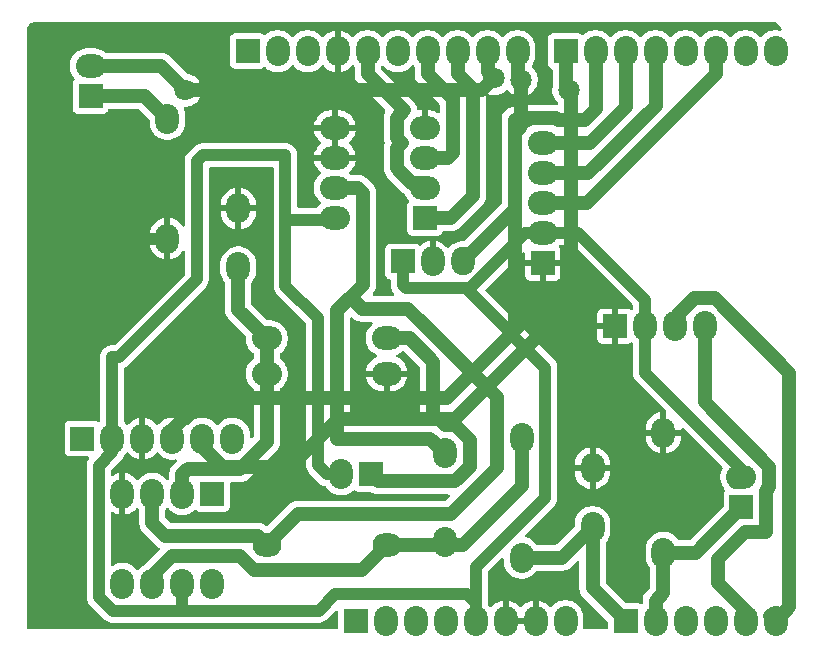
<source format=gbr>
%TF.GenerationSoftware,KiCad,Pcbnew,9.0.0*%
%TF.CreationDate,2025-03-23T22:37:41+01:00*%
%TF.ProjectId,1,312e6b69-6361-4645-9f70-636258585858,rev?*%
%TF.SameCoordinates,Original*%
%TF.FileFunction,Copper,L1,Top*%
%TF.FilePolarity,Positive*%
%FSLAX46Y46*%
G04 Gerber Fmt 4.6, Leading zero omitted, Abs format (unit mm)*
G04 Created by KiCad (PCBNEW 9.0.0) date 2025-03-23 22:37:41*
%MOMM*%
%LPD*%
G01*
G04 APERTURE LIST*
%TA.AperFunction,ComponentPad*%
%ADD10R,2.000000X2.000000*%
%TD*%
%TA.AperFunction,ComponentPad*%
%ADD11O,2.000000X2.540000*%
%TD*%
%TA.AperFunction,ComponentPad*%
%ADD12O,2.540000X2.000000*%
%TD*%
%TA.AperFunction,ComponentPad*%
%ADD13O,2.000000X2.400000*%
%TD*%
%TA.AperFunction,ComponentPad*%
%ADD14O,2.450000X2.000000*%
%TD*%
%TA.AperFunction,ViaPad*%
%ADD15C,1.800000*%
%TD*%
%TA.AperFunction,Conductor*%
%ADD16C,1.200000*%
%TD*%
%TA.AperFunction,Conductor*%
%ADD17C,1.000000*%
%TD*%
G04 APERTURE END LIST*
D10*
%TO.P,J1,1,Pin_1*%
%TO.N,unconnected-(J1-Pin_1-Pad1)*%
X127940000Y-97460000D03*
D11*
%TO.P,J1,2,Pin_2*%
%TO.N,/IOREF*%
X130480000Y-97460000D03*
%TO.P,J1,3,Pin_3*%
%TO.N,/~{RESET}*%
X133020000Y-97460000D03*
%TO.P,J1,4,Pin_4*%
%TO.N,+3V3*%
X135560000Y-97460000D03*
%TO.P,J1,5,Pin_5*%
%TO.N,+5V*%
X138100000Y-97460000D03*
%TO.P,J1,6,Pin_6*%
%TO.N,GND*%
X140640000Y-97460000D03*
%TO.P,J1,7,Pin_7*%
X143180000Y-97460000D03*
%TO.P,J1,8,Pin_8*%
%TO.N,VCC*%
X145720000Y-97460000D03*
%TD*%
D10*
%TO.P,J3,1,Pin_1*%
%TO.N,AmpliOut*%
X150800000Y-97460000D03*
D11*
%TO.P,J3,2,Pin_2*%
%TO.N,A1*%
X153340000Y-97460000D03*
%TO.P,J3,3,Pin_3*%
%TO.N,/A2*%
X155880000Y-97460000D03*
%TO.P,J3,4,Pin_4*%
%TO.N,/A3*%
X158420000Y-97460000D03*
%TO.P,J3,5,Pin_5*%
%TO.N,A4*%
X160960000Y-97460000D03*
%TO.P,J3,6,Pin_6*%
%TO.N,SCL*%
X163500000Y-97460000D03*
%TD*%
D10*
%TO.P,J2,1,Pin_1*%
%TO.N,SCL*%
X118796000Y-49200000D03*
D11*
%TO.P,J2,2,Pin_2*%
%TO.N,A4*%
X121336000Y-49200000D03*
%TO.P,J2,3,Pin_3*%
%TO.N,/AREF*%
X123876000Y-49200000D03*
%TO.P,J2,4,Pin_4*%
%TO.N,GND*%
X126416000Y-49200000D03*
%TO.P,J2,5,Pin_5*%
%TO.N,SCK*%
X128956000Y-49200000D03*
%TO.P,J2,6,Pin_6*%
%TO.N,/12*%
X131496000Y-49200000D03*
%TO.P,J2,7,Pin_7*%
%TO.N,SI*%
X134036000Y-49200000D03*
%TO.P,J2,8,Pin_8*%
%TO.N,CS*%
X136576000Y-49200000D03*
%TO.P,J2,9,Pin_9*%
%TO.N,/\u002A9*%
X139116000Y-49200000D03*
%TO.P,J2,10,Pin_10*%
%TO.N,RXD*%
X141656000Y-49200000D03*
%TD*%
D10*
%TO.P,J4,1,Pin_1*%
%TO.N,TXD*%
X145720000Y-49200000D03*
D11*
%TO.P,J4,2,Pin_2*%
%TO.N,/\u002A6*%
X148260000Y-49200000D03*
%TO.P,J4,3,Pin_3*%
%TO.N,SW*%
X150800000Y-49200000D03*
%TO.P,J4,4,Pin_4*%
%TO.N,DATA*%
X153340000Y-49200000D03*
%TO.P,J4,5,Pin_5*%
%TO.N,/\u002A3*%
X155880000Y-49200000D03*
%TO.P,J4,6,Pin_6*%
%TO.N,CLK*%
X158420000Y-49200000D03*
%TO.P,J4,7,Pin_7*%
%TO.N,/TX{slash}1*%
X160960000Y-49200000D03*
%TO.P,J4,8,Pin_8*%
%TO.N,/RX{slash}0*%
X163500000Y-49200000D03*
%TD*%
%TO.P,R4,1*%
%TO.N,Net-(C4-Pad1)*%
X142000000Y-81920000D03*
%TO.P,R4,2*%
%TO.N,AmpliOut*%
X142000000Y-92080000D03*
%TD*%
D10*
%TO.P,Potent3,1,CS*%
%TO.N,CS*%
X133810000Y-63310000D03*
D12*
%TO.P,Potent3,2,SCK*%
%TO.N,SCK*%
X133810000Y-60770000D03*
%TO.P,Potent3,3,SI*%
%TO.N,SI*%
X133810000Y-58230000D03*
%TO.P,Potent3,4,VSS*%
%TO.N,GND*%
X133810000Y-55690000D03*
%TO.P,Potent3,5,A*%
X126190000Y-55690000D03*
%TO.P,Potent3,6,W*%
X126190000Y-58230000D03*
%TO.P,Potent3,7,B*%
%TO.N,R2*%
X126190000Y-60770000D03*
%TO.P,Potent3,8,VDD*%
%TO.N,+5V*%
X126190000Y-63310000D03*
%TD*%
D10*
%TO.P,Servo_Moteur1,1,VCC*%
%TO.N,+5V*%
X131920000Y-67000000D03*
D11*
%TO.P,Servo_Moteur1,2,GND*%
%TO.N,GND*%
X134460000Y-67000000D03*
D13*
%TO.P,Servo_Moteur1,3,-3*%
%TO.N,/\u002A6*%
X137000000Y-67000000D03*
%TD*%
D10*
%TO.P,Flex_Sensor1,1,VCC*%
%TO.N,A1*%
X160600000Y-87800000D03*
D12*
%TO.P,Flex_Sensor1,2,A1*%
%TO.N,+5V*%
X160600000Y-85260000D03*
%TD*%
D11*
%TO.P,C1,1*%
%TO.N,GND*%
X118000000Y-62500000D03*
%TO.P,C1,2*%
%TO.N,Net-(LTC1050_1--)*%
X118000000Y-67500000D03*
%TD*%
D14*
%TO.P,R3,1*%
%TO.N,Net-(C4-Pad1)*%
X130580000Y-91000000D03*
%TO.P,R3,2*%
%TO.N,R2*%
X120420000Y-91000000D03*
%TD*%
D12*
%TO.P,R1,1*%
%TO.N,Net-(LTC1050_1--)*%
X120420000Y-76500000D03*
%TO.P,R1,2*%
%TO.N,GND*%
X130580000Y-76500000D03*
%TD*%
D10*
%TO.P,J5,1,Enable*%
%TO.N,unconnected-(J5-Enable-Pad1)*%
X104800000Y-82000000D03*
D11*
%TO.P,J5,2,VCC*%
%TO.N,+5V*%
X107340000Y-82000000D03*
%TO.P,J5,3,GND*%
%TO.N,GND*%
X109880000Y-82000000D03*
%TO.P,J5,4,Tx*%
%TO.N,RXD*%
X112420000Y-82000000D03*
%TO.P,J5,5,Rx*%
%TO.N,TXD*%
X114960000Y-82000000D03*
%TO.P,J5,6,State*%
%TO.N,unconnected-(J5-State-Pad6)*%
X117500000Y-82000000D03*
%TD*%
D10*
%TO.P,U1,1,GND*%
%TO.N,GND*%
X149880000Y-72500000D03*
D11*
%TO.P,U1,2,Vcc*%
%TO.N,+5V*%
X152420000Y-72500000D03*
%TO.P,U1,3,SCL*%
%TO.N,SCL*%
X154960000Y-72500000D03*
%TO.P,U1,4,SDA*%
%TO.N,A4*%
X157500000Y-72500000D03*
%TD*%
D12*
%TO.P,R5,1*%
%TO.N,Net-(Capteur1-Pin_1)*%
X130580000Y-73500000D03*
%TO.P,R5,2*%
%TO.N,Net-(LTC1050_1--)*%
X120420000Y-73500000D03*
%TD*%
D10*
%TO.P,LTC1050_1,1*%
%TO.N,N/C*%
X115810000Y-86690000D03*
D11*
%TO.P,LTC1050_1,2,-*%
%TO.N,Net-(LTC1050_1--)*%
X113270000Y-86690000D03*
%TO.P,LTC1050_1,3,+*%
%TO.N,R2*%
X110730000Y-86690000D03*
%TO.P,LTC1050_1,4,V-*%
%TO.N,GND*%
X108190000Y-86690000D03*
%TO.P,LTC1050_1,5*%
%TO.N,N/C*%
X108190000Y-94310000D03*
%TO.P,LTC1050_1,6*%
%TO.N,Net-(C4-Pad1)*%
X110730000Y-94310000D03*
%TO.P,LTC1050_1,7,V+*%
%TO.N,+5V*%
X113270000Y-94310000D03*
%TO.P,LTC1050_1,8*%
%TO.N,N/C*%
X115810000Y-94310000D03*
%TD*%
D10*
%TO.P,D1,1,K*%
%TO.N,Net-(D1-K)*%
X105500000Y-53000000D03*
D12*
%TO.P,D1,2,A*%
%TO.N,/\u002A9*%
X105500000Y-50460000D03*
%TD*%
D10*
%TO.P,Encodeur1,1,GND*%
%TO.N,GND*%
X143772000Y-67126000D03*
D12*
%TO.P,Encodeur1,2,+*%
%TO.N,+5V*%
X143772000Y-64586000D03*
%TO.P,Encodeur1,3,SW*%
%TO.N,CLK*%
X143772000Y-62046000D03*
%TO.P,Encodeur1,4,DATA*%
%TO.N,DATA*%
X143772000Y-59506000D03*
%TO.P,Encodeur1,5,CLK*%
%TO.N,SW*%
X143772000Y-56966000D03*
%TD*%
D11*
%TO.P,C2,1*%
%TO.N,GND*%
X148000000Y-84500000D03*
%TO.P,C2,2*%
%TO.N,AmpliOut*%
X148000000Y-89500000D03*
%TD*%
%TO.P,C4,1*%
%TO.N,Net-(C4-Pad1)*%
X135500000Y-90750000D03*
%TO.P,C4,2*%
%TO.N,R2*%
X135500000Y-83250000D03*
%TD*%
%TO.P,R6,1*%
%TO.N,Net-(D1-K)*%
X112000000Y-54920000D03*
%TO.P,R6,2*%
%TO.N,GND*%
X112000000Y-65080000D03*
%TD*%
%TO.P,R7,1*%
%TO.N,GND*%
X154000000Y-81500000D03*
%TO.P,R7,2*%
%TO.N,A1*%
X154000000Y-91660000D03*
%TD*%
D10*
%TO.P,Capteur1,1,Pin_1*%
%TO.N,Net-(Capteur1-Pin_1)*%
X129250000Y-85025000D03*
D11*
%TO.P,Capteur1,2,Pin_2*%
%TO.N,+5V*%
X126710000Y-85025000D03*
%TD*%
D15*
%TO.N,RXD*%
X112500000Y-82000000D03*
X141953869Y-51599000D03*
%TO.N,/\u002A9*%
X139656000Y-51500000D03*
X113500000Y-52500000D03*
%TO.N,TXD*%
X115000000Y-82000000D03*
X146000000Y-52500000D03*
%TD*%
D16*
%TO.N,RXD*%
X112500000Y-82000000D02*
X112500000Y-81218737D01*
X141953869Y-55542868D02*
X141401000Y-56095737D01*
X141401000Y-72330263D02*
X141656000Y-72585263D01*
X141953869Y-51599000D02*
X141953869Y-55542868D01*
X141401000Y-56095737D02*
X141401000Y-72330263D01*
X112500000Y-81218737D02*
X115117737Y-78601000D01*
X115117737Y-78601000D02*
X135640263Y-78601000D01*
X135640263Y-78601000D02*
X141656000Y-72585263D01*
%TO.N,/\u002A9*%
X139656000Y-51500000D02*
X138656000Y-52500000D01*
X138656000Y-52500000D02*
X113500000Y-52500000D01*
%TO.N,TXD*%
X122387737Y-84371000D02*
X116629737Y-84371000D01*
X115000000Y-82741263D02*
X115000000Y-82000000D01*
X146143000Y-52643000D02*
X146143000Y-70503841D01*
X136344841Y-80302000D02*
X126456737Y-80302000D01*
X126456737Y-80302000D02*
X122387737Y-84371000D01*
X116629737Y-84371000D02*
X115000000Y-82741263D01*
X146143000Y-70503841D02*
X136344841Y-80302000D01*
X146000000Y-52500000D02*
X146143000Y-52643000D01*
%TD*%
D10*
%TO.P,J1,1,Pin_1*%
%TO.N,unconnected-(J1-Pin_1-Pad1)*%
X127940000Y-97460000D03*
D11*
%TO.P,J1,2,Pin_2*%
%TO.N,/IOREF*%
X130480000Y-97460000D03*
%TO.P,J1,3,Pin_3*%
%TO.N,/~{RESET}*%
X133020000Y-97460000D03*
%TO.P,J1,4,Pin_4*%
%TO.N,+3V3*%
X135560000Y-97460000D03*
%TO.P,J1,5,Pin_5*%
%TO.N,+5V*%
X138100000Y-97460000D03*
%TO.P,J1,6,Pin_6*%
%TO.N,GND*%
X140640000Y-97460000D03*
%TO.P,J1,7,Pin_7*%
X143180000Y-97460000D03*
%TO.P,J1,8,Pin_8*%
%TO.N,VCC*%
X145720000Y-97460000D03*
%TD*%
D10*
%TO.P,J3,1,Pin_1*%
%TO.N,AmpliOut*%
X150800000Y-97460000D03*
D11*
%TO.P,J3,2,Pin_2*%
%TO.N,A1*%
X153340000Y-97460000D03*
%TO.P,J3,3,Pin_3*%
%TO.N,/A2*%
X155880000Y-97460000D03*
%TO.P,J3,4,Pin_4*%
%TO.N,/A3*%
X158420000Y-97460000D03*
%TO.P,J3,5,Pin_5*%
%TO.N,A4*%
X160960000Y-97460000D03*
%TO.P,J3,6,Pin_6*%
%TO.N,SCL*%
X163500000Y-97460000D03*
%TD*%
D10*
%TO.P,J2,1,Pin_1*%
%TO.N,SCL*%
X118796000Y-49200000D03*
D11*
%TO.P,J2,2,Pin_2*%
%TO.N,A4*%
X121336000Y-49200000D03*
%TO.P,J2,3,Pin_3*%
%TO.N,/AREF*%
X123876000Y-49200000D03*
%TO.P,J2,4,Pin_4*%
%TO.N,GND*%
X126416000Y-49200000D03*
%TO.P,J2,5,Pin_5*%
%TO.N,SCK*%
X128956000Y-49200000D03*
%TO.P,J2,6,Pin_6*%
%TO.N,/12*%
X131496000Y-49200000D03*
%TO.P,J2,7,Pin_7*%
%TO.N,SI*%
X134036000Y-49200000D03*
%TO.P,J2,8,Pin_8*%
%TO.N,CS*%
X136576000Y-49200000D03*
%TO.P,J2,9,Pin_9*%
%TO.N,/\u002A9*%
X139116000Y-49200000D03*
%TO.P,J2,10,Pin_10*%
%TO.N,RXD*%
X141656000Y-49200000D03*
%TD*%
D10*
%TO.P,J4,1,Pin_1*%
%TO.N,TXD*%
X145720000Y-49200000D03*
D11*
%TO.P,J4,2,Pin_2*%
%TO.N,/\u002A6*%
X148260000Y-49200000D03*
%TO.P,J4,3,Pin_3*%
%TO.N,SW*%
X150800000Y-49200000D03*
%TO.P,J4,4,Pin_4*%
%TO.N,DATA*%
X153340000Y-49200000D03*
%TO.P,J4,5,Pin_5*%
%TO.N,/\u002A3*%
X155880000Y-49200000D03*
%TO.P,J4,6,Pin_6*%
%TO.N,CLK*%
X158420000Y-49200000D03*
%TO.P,J4,7,Pin_7*%
%TO.N,/TX{slash}1*%
X160960000Y-49200000D03*
%TO.P,J4,8,Pin_8*%
%TO.N,/RX{slash}0*%
X163500000Y-49200000D03*
%TD*%
%TO.P,R4,1*%
%TO.N,Net-(C4-Pad1)*%
X142000000Y-81920000D03*
%TO.P,R4,2*%
%TO.N,AmpliOut*%
X142000000Y-92080000D03*
%TD*%
D10*
%TO.P,Potent3,1,CS*%
%TO.N,CS*%
X133810000Y-63310000D03*
D12*
%TO.P,Potent3,2,SCK*%
%TO.N,SCK*%
X133810000Y-60770000D03*
%TO.P,Potent3,3,SI*%
%TO.N,SI*%
X133810000Y-58230000D03*
%TO.P,Potent3,4,VSS*%
%TO.N,GND*%
X133810000Y-55690000D03*
%TO.P,Potent3,5,A*%
X126190000Y-55690000D03*
%TO.P,Potent3,6,W*%
X126190000Y-58230000D03*
%TO.P,Potent3,7,B*%
%TO.N,R2*%
X126190000Y-60770000D03*
%TO.P,Potent3,8,VDD*%
%TO.N,+5V*%
X126190000Y-63310000D03*
%TD*%
D10*
%TO.P,Servo_Moteur1,1,VCC*%
%TO.N,+5V*%
X131920000Y-67000000D03*
D11*
%TO.P,Servo_Moteur1,2,GND*%
%TO.N,GND*%
X134460000Y-67000000D03*
D13*
%TO.P,Servo_Moteur1,3,-3*%
%TO.N,/\u002A6*%
X137000000Y-67000000D03*
%TD*%
D10*
%TO.P,Flex_Sensor1,1,VCC*%
%TO.N,A1*%
X160600000Y-87800000D03*
D12*
%TO.P,Flex_Sensor1,2,A1*%
%TO.N,+5V*%
X160600000Y-85260000D03*
%TD*%
D11*
%TO.P,C1,1*%
%TO.N,GND*%
X118000000Y-62500000D03*
%TO.P,C1,2*%
%TO.N,Net-(LTC1050_1--)*%
X118000000Y-67500000D03*
%TD*%
D14*
%TO.P,R3,1*%
%TO.N,Net-(C4-Pad1)*%
X130580000Y-91000000D03*
%TO.P,R3,2*%
%TO.N,R2*%
X120420000Y-91000000D03*
%TD*%
D12*
%TO.P,R1,1*%
%TO.N,Net-(LTC1050_1--)*%
X120420000Y-76500000D03*
%TO.P,R1,2*%
%TO.N,GND*%
X130580000Y-76500000D03*
%TD*%
D10*
%TO.P,J5,1,Enable*%
%TO.N,unconnected-(J5-Enable-Pad1)*%
X104800000Y-82000000D03*
D11*
%TO.P,J5,2,VCC*%
%TO.N,+5V*%
X107340000Y-82000000D03*
%TO.P,J5,3,GND*%
%TO.N,GND*%
X109880000Y-82000000D03*
%TO.P,J5,4,Tx*%
%TO.N,RXD*%
X112420000Y-82000000D03*
%TO.P,J5,5,Rx*%
%TO.N,TXD*%
X114960000Y-82000000D03*
%TO.P,J5,6,State*%
%TO.N,unconnected-(J5-State-Pad6)*%
X117500000Y-82000000D03*
%TD*%
D10*
%TO.P,U1,1,GND*%
%TO.N,GND*%
X149880000Y-72500000D03*
D11*
%TO.P,U1,2,Vcc*%
%TO.N,+5V*%
X152420000Y-72500000D03*
%TO.P,U1,3,SCL*%
%TO.N,SCL*%
X154960000Y-72500000D03*
%TO.P,U1,4,SDA*%
%TO.N,A4*%
X157500000Y-72500000D03*
%TD*%
D12*
%TO.P,R5,1*%
%TO.N,Net-(Capteur1-Pin_1)*%
X130580000Y-73500000D03*
%TO.P,R5,2*%
%TO.N,Net-(LTC1050_1--)*%
X120420000Y-73500000D03*
%TD*%
D10*
%TO.P,LTC1050_1,1*%
%TO.N,N/C*%
X115810000Y-86690000D03*
D11*
%TO.P,LTC1050_1,2,-*%
%TO.N,Net-(LTC1050_1--)*%
X113270000Y-86690000D03*
%TO.P,LTC1050_1,3,+*%
%TO.N,R2*%
X110730000Y-86690000D03*
%TO.P,LTC1050_1,4,V-*%
%TO.N,GND*%
X108190000Y-86690000D03*
%TO.P,LTC1050_1,5*%
%TO.N,N/C*%
X108190000Y-94310000D03*
%TO.P,LTC1050_1,6*%
%TO.N,Net-(C4-Pad1)*%
X110730000Y-94310000D03*
%TO.P,LTC1050_1,7,V+*%
%TO.N,+5V*%
X113270000Y-94310000D03*
%TO.P,LTC1050_1,8*%
%TO.N,N/C*%
X115810000Y-94310000D03*
%TD*%
D10*
%TO.P,D1,1,K*%
%TO.N,Net-(D1-K)*%
X105500000Y-53000000D03*
D12*
%TO.P,D1,2,A*%
%TO.N,/\u002A9*%
X105500000Y-50460000D03*
%TD*%
D10*
%TO.P,Encodeur1,1,GND*%
%TO.N,GND*%
X143772000Y-67126000D03*
D12*
%TO.P,Encodeur1,2,+*%
%TO.N,+5V*%
X143772000Y-64586000D03*
%TO.P,Encodeur1,3,SW*%
%TO.N,CLK*%
X143772000Y-62046000D03*
%TO.P,Encodeur1,4,DATA*%
%TO.N,DATA*%
X143772000Y-59506000D03*
%TO.P,Encodeur1,5,CLK*%
%TO.N,SW*%
X143772000Y-56966000D03*
%TD*%
D11*
%TO.P,C2,1*%
%TO.N,GND*%
X148000000Y-84500000D03*
%TO.P,C2,2*%
%TO.N,AmpliOut*%
X148000000Y-89500000D03*
%TD*%
%TO.P,C4,1*%
%TO.N,Net-(C4-Pad1)*%
X135500000Y-90750000D03*
%TO.P,C4,2*%
%TO.N,R2*%
X135500000Y-83250000D03*
%TD*%
%TO.P,R6,1*%
%TO.N,Net-(D1-K)*%
X112000000Y-54920000D03*
%TO.P,R6,2*%
%TO.N,GND*%
X112000000Y-65080000D03*
%TD*%
%TO.P,R7,1*%
%TO.N,GND*%
X154000000Y-81500000D03*
%TO.P,R7,2*%
%TO.N,A1*%
X154000000Y-91660000D03*
%TD*%
D10*
%TO.P,Capteur1,1,Pin_1*%
%TO.N,Net-(Capteur1-Pin_1)*%
X129250000Y-85025000D03*
D11*
%TO.P,Capteur1,2,Pin_2*%
%TO.N,+5V*%
X126710000Y-85025000D03*
%TD*%
D15*
%TO.N,RXD*%
X112500000Y-82000000D03*
X141953869Y-51599000D03*
%TO.N,/\u002A9*%
X139656000Y-51500000D03*
X113500000Y-52500000D03*
%TO.N,TXD*%
X115000000Y-82000000D03*
X146000000Y-52500000D03*
%TD*%
D17*
%TO.N,GND*%
X112000000Y-65080000D02*
X110080000Y-65080000D01*
X110080000Y-65080000D02*
X110000000Y-65000000D01*
%TO.N,+5V*%
X152420000Y-70230000D02*
X152420000Y-72500000D01*
X144000000Y-87000000D02*
X144000000Y-76000000D01*
X126000000Y-63500000D02*
X122000000Y-63500000D01*
X141171159Y-89809000D02*
X141191000Y-89809000D01*
X106189000Y-84312000D02*
X107340000Y-83161000D01*
X144000000Y-76000000D02*
X137271000Y-69271000D01*
X107909921Y-75090079D02*
X114500000Y-68500000D01*
X125525000Y-85025000D02*
X124770000Y-84270000D01*
X137625000Y-69271000D02*
X142310000Y-64586000D01*
X124770000Y-84270000D02*
X124770000Y-71816156D01*
X146776000Y-64586000D02*
X152420000Y-70230000D01*
X138100000Y-92900000D02*
X139999000Y-91001000D01*
X106189000Y-95408841D02*
X106189000Y-84312000D01*
X131920000Y-69000000D02*
X131920000Y-67000000D01*
X160600000Y-84600000D02*
X160600000Y-85260000D01*
X107340000Y-75090079D02*
X107909921Y-75090079D01*
X138100000Y-97460000D02*
X138100000Y-95922159D01*
X122000000Y-69046156D02*
X122000000Y-63500000D01*
X152420000Y-72500000D02*
X152420000Y-76420000D01*
X114500000Y-68500000D02*
X114500000Y-58500000D01*
X137625000Y-69271000D02*
X132191000Y-69271000D01*
X114500000Y-58500000D02*
X115000000Y-58000000D01*
X132191000Y-69271000D02*
X131920000Y-69000000D01*
X160061000Y-85799000D02*
X160600000Y-85260000D01*
X142310000Y-64586000D02*
X143772000Y-64586000D01*
X134160841Y-95189000D02*
X134000000Y-95189000D01*
X139999000Y-91001000D02*
X139999000Y-90981159D01*
X134000000Y-95189000D02*
X137366841Y-95189000D01*
X139999000Y-90981159D02*
X141171159Y-89809000D01*
X113270000Y-96580000D02*
X107360159Y-96580000D01*
X124770000Y-71816156D02*
X122000000Y-69046156D01*
X141191000Y-89809000D02*
X144000000Y-87000000D01*
X143772000Y-64586000D02*
X146776000Y-64586000D01*
X137366841Y-95189000D02*
X138100000Y-95922159D01*
X138100000Y-97460000D02*
X138100000Y-92900000D01*
X126209000Y-95189000D02*
X134000000Y-95189000D01*
X113270000Y-94310000D02*
X113270000Y-96580000D01*
X124818000Y-96580000D02*
X126209000Y-95189000D01*
X126190000Y-63310000D02*
X126000000Y-63500000D01*
X152420000Y-76420000D02*
X160600000Y-84600000D01*
X107340000Y-82000000D02*
X107340000Y-75090079D01*
X115000000Y-58000000D02*
X122000000Y-58000000D01*
X107360159Y-96580000D02*
X106189000Y-95408841D01*
X122000000Y-63500000D02*
X122000000Y-58000000D01*
X113270000Y-96580000D02*
X124818000Y-96580000D01*
X126710000Y-85025000D02*
X125525000Y-85025000D01*
X137271000Y-69271000D02*
X132191000Y-69271000D01*
X107340000Y-83161000D02*
X107340000Y-82000000D01*
D16*
%TO.N,Net-(LTC1050_1--)*%
X120420000Y-82321263D02*
X118152263Y-84589000D01*
X113270000Y-85028000D02*
X113270000Y-86690000D01*
X118152263Y-84589000D02*
X113709000Y-84589000D01*
X118000000Y-71080000D02*
X120420000Y-73500000D01*
X120420000Y-76500000D02*
X120420000Y-82321263D01*
X113709000Y-84589000D02*
X113270000Y-85028000D01*
X118000000Y-67500000D02*
X118000000Y-71080000D01*
X120420000Y-76500000D02*
X120420000Y-73500000D01*
%TO.N,R2*%
X127512000Y-70012000D02*
X128561000Y-68963000D01*
X120420000Y-91000000D02*
X119658000Y-90238000D01*
X126371000Y-71153000D02*
X126371000Y-82000000D01*
X134250000Y-82000000D02*
X135500000Y-83250000D01*
X136017840Y-88379000D02*
X139899000Y-84497840D01*
X111808000Y-90238000D02*
X110730000Y-89160000D01*
X126371000Y-71153000D02*
X127512000Y-70012000D01*
X120420000Y-91000000D02*
X123041000Y-88379000D01*
X139899000Y-78483422D02*
X132415578Y-71000000D01*
X110730000Y-89160000D02*
X110730000Y-86690000D01*
X132415578Y-71000000D02*
X128500000Y-71000000D01*
X123041000Y-88379000D02*
X136017840Y-88379000D01*
X128500000Y-71000000D02*
X127512000Y-70012000D01*
X120420000Y-91000000D02*
X120420000Y-90980000D01*
X139899000Y-84497840D02*
X139899000Y-78483422D01*
X128561000Y-68963000D02*
X128561000Y-61211000D01*
X126371000Y-82000000D02*
X134250000Y-82000000D01*
X128120000Y-60770000D02*
X126190000Y-60770000D01*
X128561000Y-61211000D02*
X128120000Y-60770000D01*
X119658000Y-90238000D02*
X111808000Y-90238000D01*
%TO.N,DATA*%
X153340000Y-53804422D02*
X153340000Y-49200000D01*
X143772000Y-59506000D02*
X147638422Y-59506000D01*
X147638422Y-59506000D02*
X153340000Y-53804422D01*
%TO.N,SI*%
X134036000Y-51130000D02*
X134036000Y-49200000D01*
X133810000Y-58230000D02*
X135740000Y-58230000D01*
X136181000Y-57789000D02*
X136181000Y-53275000D01*
X135740000Y-58230000D02*
X136181000Y-57789000D01*
X136181000Y-53275000D02*
X134036000Y-51130000D01*
%TO.N,SCL*%
X164672000Y-76430737D02*
X158370263Y-70129000D01*
X156629737Y-70129000D02*
X154960000Y-71798737D01*
X164672000Y-96288000D02*
X164672000Y-76430737D01*
X163061000Y-97021000D02*
X163500000Y-97460000D01*
X163500000Y-97460000D02*
X164672000Y-96288000D01*
X158370263Y-70129000D02*
X156629737Y-70129000D01*
X154960000Y-71798737D02*
X154960000Y-72500000D01*
%TO.N,SCK*%
X132042368Y-54216369D02*
X131439000Y-54819737D01*
X131439000Y-56560263D02*
X131838737Y-56960000D01*
X133108737Y-60770000D02*
X133810000Y-60770000D01*
X131439000Y-57359737D02*
X131439000Y-59100263D01*
X131838737Y-56960000D02*
X131439000Y-57359737D01*
X129395000Y-49639000D02*
X128956000Y-49200000D01*
X131439000Y-54819737D02*
X131439000Y-56560263D01*
X128956000Y-51130000D02*
X132042368Y-54216369D01*
X131439000Y-59100263D02*
X132669737Y-60331000D01*
X133547737Y-60331000D02*
X133108737Y-60770000D01*
X132669737Y-60331000D02*
X133547737Y-60331000D01*
X128956000Y-49200000D02*
X128956000Y-51130000D01*
%TO.N,CS*%
X133810000Y-63310000D02*
X136010000Y-63310000D01*
X137882000Y-61438000D02*
X137882000Y-52436000D01*
X137882000Y-52436000D02*
X136576000Y-51130000D01*
X136010000Y-63310000D02*
X137882000Y-61438000D01*
X136576000Y-51130000D02*
X136576000Y-49200000D01*
%TO.N,A4*%
X162971000Y-86130263D02*
X162971000Y-84389737D01*
X157500000Y-78918737D02*
X157500000Y-72500000D01*
X160904578Y-89901000D02*
X162701000Y-89901000D01*
X162701000Y-86400263D02*
X162971000Y-86130263D01*
X162701000Y-89901000D02*
X162701000Y-86400263D01*
X158601000Y-94265314D02*
X158601000Y-92204578D01*
X162971000Y-84389737D02*
X157500000Y-78918737D01*
X158601000Y-92204578D02*
X160904578Y-89901000D01*
X160960000Y-96624314D02*
X158601000Y-94265314D01*
X160960000Y-97460000D02*
X160960000Y-96624314D01*
%TO.N,RXD*%
X141656000Y-49200000D02*
X141656000Y-51301131D01*
X141656000Y-51301131D02*
X141953869Y-51599000D01*
X112420000Y-82000000D02*
X112500000Y-82000000D01*
%TO.N,/\u002A9*%
X111460000Y-50460000D02*
X113500000Y-52500000D01*
X105500000Y-50460000D02*
X111460000Y-50460000D01*
X139116000Y-49200000D02*
X139116000Y-50960000D01*
X139116000Y-50960000D02*
X139656000Y-51500000D01*
%TO.N,A1*%
X154000000Y-91660000D02*
X156740000Y-91660000D01*
X154000000Y-95080000D02*
X153340000Y-95740000D01*
X153500000Y-97300000D02*
X153340000Y-97460000D01*
X156740000Y-91660000D02*
X160600000Y-87800000D01*
X153340000Y-95740000D02*
X153340000Y-97460000D01*
X154000000Y-91660000D02*
X154000000Y-95080000D01*
%TO.N,CLK*%
X143772000Y-62046000D02*
X147504000Y-62046000D01*
X147504000Y-62046000D02*
X158420000Y-51130000D01*
X158420000Y-51130000D02*
X158420000Y-49200000D01*
%TO.N,/\u002A6*%
X144912263Y-54865000D02*
X145047263Y-55000000D01*
X142631737Y-54865000D02*
X144912263Y-54865000D01*
X148260000Y-54073266D02*
X148260000Y-49200000D01*
X147333266Y-55000000D02*
X148260000Y-54073266D01*
X145047263Y-55000000D02*
X147333266Y-55000000D01*
X142496737Y-55000000D02*
X142631737Y-54865000D01*
X137000000Y-67000000D02*
X141401000Y-62599000D01*
X141401000Y-62599000D02*
X141401000Y-55000000D01*
X141401000Y-55000000D02*
X142496737Y-55000000D01*
%TO.N,TXD*%
X145720000Y-49200000D02*
X145720000Y-52220000D01*
X145720000Y-52220000D02*
X146000000Y-52500000D01*
X114960000Y-82000000D02*
X115000000Y-82000000D01*
%TO.N,AmpliOut*%
X148000000Y-89500000D02*
X148000000Y-94660000D01*
X142000000Y-92080000D02*
X145420000Y-92080000D01*
X148000000Y-94660000D02*
X150800000Y-97460000D01*
X145420000Y-92080000D02*
X148000000Y-89500000D01*
%TO.N,Net-(C4-Pad1)*%
X128479000Y-93101000D02*
X130580000Y-91000000D01*
X135670000Y-90580000D02*
X135500000Y-90750000D01*
X110730000Y-93608737D02*
X112399737Y-91939000D01*
X135250000Y-91000000D02*
X135500000Y-90750000D01*
X110730000Y-94310000D02*
X110730000Y-93608737D01*
X118162737Y-91939000D02*
X119324737Y-93101000D01*
X142000000Y-81920000D02*
X142000000Y-86000000D01*
X137000000Y-91000000D02*
X130580000Y-91000000D01*
X112399737Y-91939000D02*
X118162737Y-91939000D01*
X130580000Y-91000000D02*
X135250000Y-91000000D01*
X119324737Y-93101000D02*
X128479000Y-93101000D01*
X142000000Y-86000000D02*
X137000000Y-91000000D01*
%TO.N,SW*%
X143772000Y-56966000D02*
X147772844Y-56966000D01*
X147772844Y-56966000D02*
X150800000Y-53938844D01*
X150800000Y-53938844D02*
X150800000Y-49200000D01*
%TO.N,Net-(D1-K)*%
X105500000Y-53000000D02*
X110080000Y-53000000D01*
X110080000Y-53000000D02*
X112000000Y-54920000D01*
%TO.N,Net-(Capteur1-Pin_1)*%
X134500000Y-80299000D02*
X134954577Y-80299000D01*
X134954577Y-80299000D02*
X135534578Y-80879000D01*
X136370263Y-85621000D02*
X134629737Y-85621000D01*
X132510000Y-73500000D02*
X134500000Y-75490000D01*
X137601000Y-84390263D02*
X136370263Y-85621000D01*
X130580000Y-73500000D02*
X132510000Y-73500000D01*
X134629737Y-85621000D02*
X129846000Y-85621000D01*
X135534578Y-80879000D02*
X136370263Y-80879000D01*
X137601000Y-82109737D02*
X137601000Y-84390263D01*
X129846000Y-85621000D02*
X129250000Y-85025000D01*
X136370263Y-80879000D02*
X137601000Y-82109737D01*
X134954577Y-80299000D02*
X134954578Y-80299000D01*
X134500000Y-75490000D02*
X134500000Y-80299000D01*
%TD*%
%TA.AperFunction,Conductor*%
%TO.N,GND*%
G36*
X132852419Y-50410446D02*
G01*
X132866319Y-50426487D01*
X132883730Y-50450452D01*
X132883733Y-50450455D01*
X132885380Y-50452722D01*
X132892670Y-50460012D01*
X132894069Y-50461508D01*
X132908885Y-50490947D01*
X132924666Y-50519846D01*
X132925001Y-50522966D01*
X132925481Y-50523919D01*
X132925294Y-50525690D01*
X132927500Y-50546204D01*
X132927500Y-51217240D01*
X132954795Y-51389577D01*
X133008709Y-51555511D01*
X133008713Y-51555522D01*
X133087926Y-51710982D01*
X133190477Y-51852132D01*
X133190481Y-51852137D01*
X135036181Y-53697837D01*
X135069666Y-53759160D01*
X135072500Y-53785518D01*
X135072500Y-54313627D01*
X135052815Y-54380666D01*
X135000011Y-54426421D01*
X134930853Y-54436365D01*
X134875618Y-54413948D01*
X134866172Y-54407085D01*
X134655802Y-54299897D01*
X134431247Y-54226934D01*
X134431248Y-54226934D01*
X134198052Y-54190000D01*
X134060000Y-54190000D01*
X134060000Y-55256988D01*
X134002993Y-55224075D01*
X133875826Y-55190000D01*
X133744174Y-55190000D01*
X133617007Y-55224075D01*
X133560000Y-55256988D01*
X133560000Y-54190000D01*
X133421947Y-54190000D01*
X133289379Y-54210996D01*
X133220086Y-54202041D01*
X133166634Y-54157045D01*
X133147509Y-54107921D01*
X133141651Y-54070937D01*
X133123573Y-53956795D01*
X133123572Y-53956791D01*
X133123572Y-53956790D01*
X133069656Y-53790854D01*
X133040767Y-53734156D01*
X132990442Y-53635388D01*
X132970907Y-53608500D01*
X132887885Y-53494230D01*
X130100818Y-50707163D01*
X130086115Y-50680236D01*
X130069523Y-50654418D01*
X130068631Y-50648217D01*
X130067334Y-50645841D01*
X130064500Y-50619483D01*
X130064500Y-50585942D01*
X130084185Y-50518903D01*
X130113545Y-50487816D01*
X130113432Y-50487683D01*
X130114671Y-50486624D01*
X130115618Y-50485621D01*
X130117139Y-50484517D01*
X130160052Y-50441604D01*
X130221375Y-50408119D01*
X130291067Y-50413103D01*
X130340723Y-50450276D01*
X130342208Y-50449009D01*
X130345378Y-50452720D01*
X130345379Y-50452721D01*
X130345380Y-50452722D01*
X130513278Y-50620620D01*
X130705373Y-50760185D01*
X130805328Y-50811114D01*
X130916932Y-50867980D01*
X130916934Y-50867980D01*
X130916937Y-50867982D01*
X131037984Y-50907312D01*
X131142758Y-50941356D01*
X131377273Y-50978500D01*
X131377278Y-50978500D01*
X131614727Y-50978500D01*
X131849241Y-50941356D01*
X131874764Y-50933063D01*
X132075063Y-50867982D01*
X132286627Y-50760185D01*
X132478722Y-50620620D01*
X132646620Y-50452722D01*
X132665681Y-50426487D01*
X132721010Y-50383820D01*
X132790624Y-50377840D01*
X132852419Y-50410446D01*
G37*
%TD.AperFunction*%
%TA.AperFunction,Conductor*%
G36*
X163484404Y-46755185D02*
G01*
X163505046Y-46771819D01*
X163989636Y-47256409D01*
X164023121Y-47317732D01*
X164018137Y-47387424D01*
X163976265Y-47443357D01*
X163910801Y-47467774D01*
X163863638Y-47462022D01*
X163853240Y-47458643D01*
X163618727Y-47421500D01*
X163618722Y-47421500D01*
X163381278Y-47421500D01*
X163381273Y-47421500D01*
X163146758Y-47458643D01*
X162920932Y-47532019D01*
X162709372Y-47639815D01*
X162517275Y-47779382D01*
X162349382Y-47947275D01*
X162349375Y-47947284D01*
X162330317Y-47973515D01*
X162274987Y-48016181D01*
X162205374Y-48022159D01*
X162143579Y-47989553D01*
X162129683Y-47973515D01*
X162110624Y-47947284D01*
X162110622Y-47947281D01*
X162110620Y-47947278D01*
X161942722Y-47779380D01*
X161750627Y-47639815D01*
X161539067Y-47532019D01*
X161313241Y-47458643D01*
X161078727Y-47421500D01*
X161078722Y-47421500D01*
X160841278Y-47421500D01*
X160841273Y-47421500D01*
X160606758Y-47458643D01*
X160380932Y-47532019D01*
X160169372Y-47639815D01*
X159977275Y-47779382D01*
X159809382Y-47947275D01*
X159809375Y-47947284D01*
X159790317Y-47973515D01*
X159734987Y-48016181D01*
X159665374Y-48022159D01*
X159603579Y-47989553D01*
X159589683Y-47973515D01*
X159570624Y-47947284D01*
X159570622Y-47947281D01*
X159570620Y-47947278D01*
X159402722Y-47779380D01*
X159210627Y-47639815D01*
X158999067Y-47532019D01*
X158773241Y-47458643D01*
X158538727Y-47421500D01*
X158538722Y-47421500D01*
X158301278Y-47421500D01*
X158301273Y-47421500D01*
X158066758Y-47458643D01*
X157840932Y-47532019D01*
X157629372Y-47639815D01*
X157437275Y-47779382D01*
X157269382Y-47947275D01*
X157269375Y-47947284D01*
X157250317Y-47973515D01*
X157194987Y-48016181D01*
X157125374Y-48022159D01*
X157063579Y-47989553D01*
X157049683Y-47973515D01*
X157030624Y-47947284D01*
X157030622Y-47947281D01*
X157030620Y-47947278D01*
X156862722Y-47779380D01*
X156670627Y-47639815D01*
X156459067Y-47532019D01*
X156233241Y-47458643D01*
X155998727Y-47421500D01*
X155998722Y-47421500D01*
X155761278Y-47421500D01*
X155761273Y-47421500D01*
X155526758Y-47458643D01*
X155300932Y-47532019D01*
X155089372Y-47639815D01*
X154897275Y-47779382D01*
X154729382Y-47947275D01*
X154729375Y-47947284D01*
X154710317Y-47973515D01*
X154654987Y-48016181D01*
X154585374Y-48022159D01*
X154523579Y-47989553D01*
X154509683Y-47973515D01*
X154490624Y-47947284D01*
X154490622Y-47947281D01*
X154490620Y-47947278D01*
X154322722Y-47779380D01*
X154130627Y-47639815D01*
X153919067Y-47532019D01*
X153693241Y-47458643D01*
X153458727Y-47421500D01*
X153458722Y-47421500D01*
X153221278Y-47421500D01*
X153221273Y-47421500D01*
X152986758Y-47458643D01*
X152760932Y-47532019D01*
X152549372Y-47639815D01*
X152357275Y-47779382D01*
X152189382Y-47947275D01*
X152189375Y-47947284D01*
X152170317Y-47973515D01*
X152114987Y-48016181D01*
X152045374Y-48022159D01*
X151983579Y-47989553D01*
X151969683Y-47973515D01*
X151950624Y-47947284D01*
X151950622Y-47947281D01*
X151950620Y-47947278D01*
X151782722Y-47779380D01*
X151590627Y-47639815D01*
X151379067Y-47532019D01*
X151153241Y-47458643D01*
X150918727Y-47421500D01*
X150918722Y-47421500D01*
X150681278Y-47421500D01*
X150681273Y-47421500D01*
X150446758Y-47458643D01*
X150220932Y-47532019D01*
X150009372Y-47639815D01*
X149817275Y-47779382D01*
X149649382Y-47947275D01*
X149649375Y-47947284D01*
X149630317Y-47973515D01*
X149574987Y-48016181D01*
X149505374Y-48022159D01*
X149443579Y-47989553D01*
X149429683Y-47973515D01*
X149410624Y-47947284D01*
X149410622Y-47947281D01*
X149410620Y-47947278D01*
X149242722Y-47779380D01*
X149050627Y-47639815D01*
X148839067Y-47532019D01*
X148613241Y-47458643D01*
X148378727Y-47421500D01*
X148378722Y-47421500D01*
X148141278Y-47421500D01*
X148141273Y-47421500D01*
X147906758Y-47458643D01*
X147680932Y-47532019D01*
X147469369Y-47639817D01*
X147277284Y-47779374D01*
X147277278Y-47779379D01*
X147237387Y-47819269D01*
X147176063Y-47852753D01*
X147106372Y-47847767D01*
X147075401Y-47830855D01*
X146966204Y-47749111D01*
X146829203Y-47698011D01*
X146768654Y-47691500D01*
X146768638Y-47691500D01*
X144671362Y-47691500D01*
X144671345Y-47691500D01*
X144610797Y-47698011D01*
X144610795Y-47698011D01*
X144473795Y-47749111D01*
X144356739Y-47836739D01*
X144269111Y-47953795D01*
X144218011Y-48090795D01*
X144218011Y-48090797D01*
X144211500Y-48151345D01*
X144211500Y-50248654D01*
X144218011Y-50309202D01*
X144218011Y-50309204D01*
X144253207Y-50403564D01*
X144269111Y-50446204D01*
X144356739Y-50563261D01*
X144473796Y-50650889D01*
X144530835Y-50672163D01*
X144586767Y-50714033D01*
X144611184Y-50779498D01*
X144611500Y-50788344D01*
X144611500Y-52253117D01*
X144609972Y-52272515D01*
X144591500Y-52389149D01*
X144591500Y-52610851D01*
X144606893Y-52708038D01*
X144626182Y-52829824D01*
X144694693Y-53040680D01*
X144793441Y-53234482D01*
X144795343Y-53238215D01*
X144925657Y-53417576D01*
X144925659Y-53417578D01*
X145052900Y-53544819D01*
X145086385Y-53606142D01*
X145081401Y-53675834D01*
X145039529Y-53731767D01*
X144974065Y-53756184D01*
X144965219Y-53756500D01*
X142718979Y-53756500D01*
X142544496Y-53756500D01*
X142527702Y-53759160D01*
X142372159Y-53783795D01*
X142206228Y-53837708D01*
X142206220Y-53837711D01*
X142206220Y-53837712D01*
X142127180Y-53877985D01*
X142070887Y-53891500D01*
X141488241Y-53891500D01*
X141313759Y-53891500D01*
X141286850Y-53895762D01*
X141141424Y-53918795D01*
X140975486Y-53972710D01*
X140975483Y-53972711D01*
X140820015Y-54051928D01*
X140678867Y-54154477D01*
X140678862Y-54154481D01*
X140555481Y-54277862D01*
X140555477Y-54277867D01*
X140452928Y-54419015D01*
X140373711Y-54574483D01*
X140373710Y-54574486D01*
X140319795Y-54740424D01*
X140292500Y-54912759D01*
X140292500Y-62088481D01*
X140272815Y-62155520D01*
X140256181Y-62176162D01*
X137177162Y-65255181D01*
X137115839Y-65288666D01*
X137089481Y-65291500D01*
X136881273Y-65291500D01*
X136646758Y-65328643D01*
X136420932Y-65402019D01*
X136209372Y-65509815D01*
X136017275Y-65649382D01*
X135849382Y-65817275D01*
X135846216Y-65820983D01*
X135845027Y-65819967D01*
X135795139Y-65858420D01*
X135725525Y-65864385D01*
X135663736Y-65831767D01*
X135649857Y-65815746D01*
X135604133Y-65752814D01*
X135604133Y-65752813D01*
X135437186Y-65585866D01*
X135246171Y-65447085D01*
X135035802Y-65339897D01*
X134811247Y-65266934D01*
X134710000Y-65250897D01*
X134710000Y-66566988D01*
X134652993Y-66534075D01*
X134525826Y-66500000D01*
X134394174Y-66500000D01*
X134267007Y-66534075D01*
X134210000Y-66566988D01*
X134210000Y-65250897D01*
X134108752Y-65266934D01*
X133884197Y-65339897D01*
X133673825Y-65447087D01*
X133482822Y-65585858D01*
X133482817Y-65585862D01*
X133444264Y-65624415D01*
X133382941Y-65657900D01*
X133313249Y-65652914D01*
X133282276Y-65636001D01*
X133166204Y-65549111D01*
X133157662Y-65545925D01*
X133029203Y-65498011D01*
X132968654Y-65491500D01*
X132968638Y-65491500D01*
X130871362Y-65491500D01*
X130871345Y-65491500D01*
X130810797Y-65498011D01*
X130810795Y-65498011D01*
X130673795Y-65549111D01*
X130556739Y-65636739D01*
X130469111Y-65753795D01*
X130418011Y-65890795D01*
X130418011Y-65890797D01*
X130411500Y-65951345D01*
X130411500Y-68048654D01*
X130418011Y-68109202D01*
X130418011Y-68109204D01*
X130445433Y-68182722D01*
X130469111Y-68246204D01*
X130556739Y-68363261D01*
X130673796Y-68450889D01*
X130810799Y-68501989D01*
X130810803Y-68501989D01*
X130816008Y-68503220D01*
X130876726Y-68537790D01*
X130909116Y-68599698D01*
X130911500Y-68623898D01*
X130911500Y-69099333D01*
X130950254Y-69294161D01*
X130950256Y-69294169D01*
X130991492Y-69393721D01*
X131026277Y-69477701D01*
X131026282Y-69477710D01*
X131136646Y-69642880D01*
X131136649Y-69642884D01*
X131173584Y-69679819D01*
X131207069Y-69741142D01*
X131202085Y-69810834D01*
X131160213Y-69866767D01*
X131094749Y-69891184D01*
X131085903Y-69891500D01*
X129499245Y-69891500D01*
X129432206Y-69871815D01*
X129386451Y-69819011D01*
X129376507Y-69749853D01*
X129403915Y-69689270D01*
X129403654Y-69689081D01*
X129404573Y-69687815D01*
X129404959Y-69686963D01*
X129406511Y-69685144D01*
X129406517Y-69685139D01*
X129509074Y-69543981D01*
X129546497Y-69470534D01*
X129588286Y-69388522D01*
X129588290Y-69388511D01*
X129642204Y-69222577D01*
X129642203Y-69222577D01*
X129642205Y-69222574D01*
X129669500Y-69050241D01*
X129669500Y-68875759D01*
X129669500Y-61123759D01*
X129665408Y-61097926D01*
X129642205Y-60951426D01*
X129623995Y-60895380D01*
X129621892Y-60888907D01*
X129588290Y-60785489D01*
X129588288Y-60785483D01*
X129560856Y-60731646D01*
X129509074Y-60630019D01*
X129495971Y-60611984D01*
X129406522Y-60488867D01*
X129406518Y-60488862D01*
X128842137Y-59924481D01*
X128842132Y-59924477D01*
X128700982Y-59821926D01*
X128545522Y-59742713D01*
X128545511Y-59742709D01*
X128379576Y-59688795D01*
X128379577Y-59688795D01*
X128250324Y-59668323D01*
X128207241Y-59661500D01*
X128207240Y-59661500D01*
X127536204Y-59661500D01*
X127513431Y-59654813D01*
X127489807Y-59652493D01*
X127477258Y-59644191D01*
X127469165Y-59641815D01*
X127459289Y-59634763D01*
X127453629Y-59630287D01*
X127442722Y-59619380D01*
X127407202Y-59593573D01*
X127405224Y-59592009D01*
X127386434Y-59565471D01*
X127366588Y-59539734D01*
X127366363Y-59537124D01*
X127364850Y-59534986D01*
X127363390Y-59502510D01*
X127360609Y-59470121D01*
X127361831Y-59467803D01*
X127361714Y-59465187D01*
X127378045Y-59437074D01*
X127393215Y-59408326D01*
X127396300Y-59405652D01*
X127396812Y-59404772D01*
X127398045Y-59404140D01*
X127409256Y-59394426D01*
X127437182Y-59374137D01*
X127604133Y-59207186D01*
X127742914Y-59016171D01*
X127850102Y-58805802D01*
X127923065Y-58581247D01*
X127939102Y-58480000D01*
X126623012Y-58480000D01*
X126655925Y-58422993D01*
X126690000Y-58295826D01*
X126690000Y-58164174D01*
X126655925Y-58037007D01*
X126623012Y-57980000D01*
X127939102Y-57980000D01*
X127923065Y-57878752D01*
X127850102Y-57654197D01*
X127742914Y-57443828D01*
X127604133Y-57252813D01*
X127437180Y-57085860D01*
X127402024Y-57060319D01*
X127359358Y-57004990D01*
X127353377Y-56935377D01*
X127385982Y-56873581D01*
X127402024Y-56859681D01*
X127437180Y-56834139D01*
X127604133Y-56667186D01*
X127742914Y-56476171D01*
X127850102Y-56265802D01*
X127923065Y-56041247D01*
X127939102Y-55940000D01*
X126623012Y-55940000D01*
X126655925Y-55882993D01*
X126690000Y-55755826D01*
X126690000Y-55624174D01*
X126655925Y-55497007D01*
X126623012Y-55440000D01*
X127939102Y-55440000D01*
X127923065Y-55338752D01*
X127850102Y-55114197D01*
X127742914Y-54903828D01*
X127604133Y-54712813D01*
X127437186Y-54545866D01*
X127246171Y-54407085D01*
X127035802Y-54299897D01*
X126811247Y-54226934D01*
X126811248Y-54226934D01*
X126578052Y-54190000D01*
X126440000Y-54190000D01*
X126440000Y-55256988D01*
X126382993Y-55224075D01*
X126255826Y-55190000D01*
X126124174Y-55190000D01*
X125997007Y-55224075D01*
X125940000Y-55256988D01*
X125940000Y-54190000D01*
X125801948Y-54190000D01*
X125568752Y-54226934D01*
X125344197Y-54299897D01*
X125133828Y-54407085D01*
X124942813Y-54545866D01*
X124775866Y-54712813D01*
X124637085Y-54903828D01*
X124529897Y-55114197D01*
X124456934Y-55338752D01*
X124440898Y-55440000D01*
X125756988Y-55440000D01*
X125724075Y-55497007D01*
X125690000Y-55624174D01*
X125690000Y-55755826D01*
X125724075Y-55882993D01*
X125756988Y-55940000D01*
X124440898Y-55940000D01*
X124456934Y-56041247D01*
X124529897Y-56265802D01*
X124637085Y-56476171D01*
X124775866Y-56667186D01*
X124942813Y-56834133D01*
X124942819Y-56834138D01*
X124977977Y-56859682D01*
X125020643Y-56915012D01*
X125026622Y-56984625D01*
X124994016Y-57046420D01*
X124977977Y-57060318D01*
X124942819Y-57085861D01*
X124942813Y-57085866D01*
X124775866Y-57252813D01*
X124637085Y-57443828D01*
X124529897Y-57654197D01*
X124456934Y-57878752D01*
X124440898Y-57980000D01*
X125756988Y-57980000D01*
X125724075Y-58037007D01*
X125690000Y-58164174D01*
X125690000Y-58295826D01*
X125724075Y-58422993D01*
X125756988Y-58480000D01*
X124440898Y-58480000D01*
X124456934Y-58581247D01*
X124529897Y-58805802D01*
X124637085Y-59016171D01*
X124775866Y-59207186D01*
X124942814Y-59374134D01*
X124970746Y-59394428D01*
X125013411Y-59449759D01*
X125019390Y-59519372D01*
X124986784Y-59581167D01*
X124970747Y-59595063D01*
X124937278Y-59619379D01*
X124769382Y-59787275D01*
X124629815Y-59979372D01*
X124522019Y-60190932D01*
X124448643Y-60416758D01*
X124411500Y-60651272D01*
X124411500Y-60888727D01*
X124448643Y-61123241D01*
X124522019Y-61349067D01*
X124611784Y-61525240D01*
X124629815Y-61560627D01*
X124769380Y-61752722D01*
X124937278Y-61920620D01*
X124937284Y-61920624D01*
X124963515Y-61939683D01*
X125006181Y-61995013D01*
X125012159Y-62064626D01*
X124979553Y-62126421D01*
X124963515Y-62140317D01*
X124937284Y-62159375D01*
X124937275Y-62159382D01*
X124769382Y-62327275D01*
X124769377Y-62327281D01*
X124687203Y-62440385D01*
X124631873Y-62483051D01*
X124586885Y-62491500D01*
X123132500Y-62491500D01*
X123065461Y-62471815D01*
X123019706Y-62419011D01*
X123008500Y-62367500D01*
X123008500Y-57900670D01*
X123008499Y-57900666D01*
X122981329Y-57764075D01*
X122969744Y-57705831D01*
X122893721Y-57522296D01*
X122893720Y-57522295D01*
X122893717Y-57522289D01*
X122783353Y-57357119D01*
X122783350Y-57357115D01*
X122642884Y-57216649D01*
X122642880Y-57216646D01*
X122477710Y-57106282D01*
X122477701Y-57106277D01*
X122294169Y-57030256D01*
X122294161Y-57030254D01*
X122099333Y-56991500D01*
X122099329Y-56991500D01*
X114900671Y-56991500D01*
X114900666Y-56991500D01*
X114705838Y-57030253D01*
X114705838Y-57030254D01*
X114705835Y-57030255D01*
X114705831Y-57030256D01*
X114652075Y-57052522D01*
X114522302Y-57106274D01*
X114522289Y-57106281D01*
X114357119Y-57216645D01*
X114357115Y-57216648D01*
X113919569Y-57654197D01*
X113857119Y-57716647D01*
X113809691Y-57764075D01*
X113716645Y-57857120D01*
X113606282Y-58022289D01*
X113606277Y-58022298D01*
X113530256Y-58205830D01*
X113530254Y-58205838D01*
X113491500Y-58400666D01*
X113491500Y-63929288D01*
X113471815Y-63996327D01*
X113419011Y-64042082D01*
X113349853Y-64052026D01*
X113286297Y-64023001D01*
X113267182Y-64002174D01*
X113144133Y-63832814D01*
X113144133Y-63832813D01*
X112977186Y-63665866D01*
X112786171Y-63527085D01*
X112575802Y-63419897D01*
X112351247Y-63346934D01*
X112250000Y-63330897D01*
X112250000Y-64646988D01*
X112192993Y-64614075D01*
X112065826Y-64580000D01*
X111934174Y-64580000D01*
X111807007Y-64614075D01*
X111750000Y-64646988D01*
X111750000Y-63330897D01*
X111648752Y-63346934D01*
X111424197Y-63419897D01*
X111213828Y-63527085D01*
X111022813Y-63665866D01*
X110855866Y-63832813D01*
X110717085Y-64023828D01*
X110609897Y-64234197D01*
X110536934Y-64458752D01*
X110500000Y-64691947D01*
X110500000Y-64830000D01*
X111566988Y-64830000D01*
X111534075Y-64887007D01*
X111500000Y-65014174D01*
X111500000Y-65145826D01*
X111534075Y-65272993D01*
X111566988Y-65330000D01*
X110500000Y-65330000D01*
X110500000Y-65468052D01*
X110536934Y-65701247D01*
X110609897Y-65925802D01*
X110717085Y-66136171D01*
X110855866Y-66327186D01*
X111022813Y-66494133D01*
X111213828Y-66632914D01*
X111424195Y-66740102D01*
X111648744Y-66813063D01*
X111648750Y-66813065D01*
X111750000Y-66829101D01*
X111750000Y-65513012D01*
X111807007Y-65545925D01*
X111934174Y-65580000D01*
X112065826Y-65580000D01*
X112192993Y-65545925D01*
X112250000Y-65513012D01*
X112250000Y-66829100D01*
X112351249Y-66813065D01*
X112351255Y-66813063D01*
X112575804Y-66740102D01*
X112786171Y-66632914D01*
X112977186Y-66494133D01*
X113144133Y-66327186D01*
X113144138Y-66327180D01*
X113267182Y-66157826D01*
X113322512Y-66115160D01*
X113392125Y-66109181D01*
X113453920Y-66141787D01*
X113488277Y-66202625D01*
X113491500Y-66230711D01*
X113491500Y-68030904D01*
X113471815Y-68097943D01*
X113455181Y-68118585D01*
X107528506Y-74045260D01*
X107467183Y-74078745D01*
X107440825Y-74081579D01*
X107240666Y-74081579D01*
X107045838Y-74120333D01*
X107045830Y-74120335D01*
X106862298Y-74196356D01*
X106862289Y-74196361D01*
X106697119Y-74306725D01*
X106697115Y-74306728D01*
X106556649Y-74447194D01*
X106556646Y-74447198D01*
X106446282Y-74612368D01*
X106446277Y-74612377D01*
X106370256Y-74795909D01*
X106370254Y-74795917D01*
X106331500Y-74990745D01*
X106331500Y-80514960D01*
X106311815Y-80581999D01*
X106259011Y-80627754D01*
X106189853Y-80637698D01*
X106133190Y-80614227D01*
X106046206Y-80549112D01*
X106046206Y-80549111D01*
X105909203Y-80498011D01*
X105848654Y-80491500D01*
X105848638Y-80491500D01*
X103751362Y-80491500D01*
X103751345Y-80491500D01*
X103690797Y-80498011D01*
X103690795Y-80498011D01*
X103553795Y-80549111D01*
X103436739Y-80636739D01*
X103349111Y-80753795D01*
X103298011Y-80890795D01*
X103298011Y-80890797D01*
X103291500Y-80951345D01*
X103291500Y-83048654D01*
X103298011Y-83109202D01*
X103298011Y-83109204D01*
X103335209Y-83208932D01*
X103349111Y-83246204D01*
X103436739Y-83363261D01*
X103553796Y-83450889D01*
X103690799Y-83501989D01*
X103718050Y-83504918D01*
X103751345Y-83508499D01*
X103751362Y-83508500D01*
X105280981Y-83508500D01*
X105348020Y-83528185D01*
X105393775Y-83580989D01*
X105403719Y-83650147D01*
X105384083Y-83701391D01*
X105295282Y-83834289D01*
X105295277Y-83834298D01*
X105219256Y-84017830D01*
X105219254Y-84017838D01*
X105180500Y-84212666D01*
X105180500Y-95508174D01*
X105219254Y-95703002D01*
X105219256Y-95703010D01*
X105272636Y-95831881D01*
X105295277Y-95886542D01*
X105405646Y-96051722D01*
X105405649Y-96051725D01*
X106576806Y-97222881D01*
X106717278Y-97363353D01*
X106717279Y-97363354D01*
X106882448Y-97473717D01*
X106882454Y-97473720D01*
X106882455Y-97473721D01*
X107065990Y-97549744D01*
X107260825Y-97588499D01*
X107260829Y-97588500D01*
X107260830Y-97588500D01*
X124917330Y-97588500D01*
X124917331Y-97588499D01*
X125112169Y-97549744D01*
X125295704Y-97473721D01*
X125460881Y-97363353D01*
X125601353Y-97222881D01*
X126219819Y-96604413D01*
X126281142Y-96570929D01*
X126350833Y-96575913D01*
X126406767Y-96617784D01*
X126431184Y-96683249D01*
X126431500Y-96692095D01*
X126431500Y-98030500D01*
X126411815Y-98097539D01*
X126359011Y-98143294D01*
X126307500Y-98154500D01*
X100199500Y-98154500D01*
X100132461Y-98134815D01*
X100086706Y-98082011D01*
X100075500Y-98030500D01*
X100075500Y-50341272D01*
X103721500Y-50341272D01*
X103721500Y-50578727D01*
X103758643Y-50813241D01*
X103832019Y-51039067D01*
X103939815Y-51250627D01*
X104079380Y-51442722D01*
X104079382Y-51442724D01*
X104119267Y-51482609D01*
X104152752Y-51543932D01*
X104147768Y-51613624D01*
X104130853Y-51644600D01*
X104049112Y-51753793D01*
X104049111Y-51753793D01*
X103998011Y-51890795D01*
X103998011Y-51890797D01*
X103991500Y-51951345D01*
X103991500Y-54048654D01*
X103998011Y-54109202D01*
X103998011Y-54109204D01*
X104043919Y-54232284D01*
X104049111Y-54246204D01*
X104136739Y-54363261D01*
X104253796Y-54450889D01*
X104390799Y-54501989D01*
X104418050Y-54504918D01*
X104451345Y-54508499D01*
X104451362Y-54508500D01*
X106548638Y-54508500D01*
X106548654Y-54508499D01*
X106575692Y-54505591D01*
X106609201Y-54501989D01*
X106746204Y-54450889D01*
X106863261Y-54363261D01*
X106950889Y-54246204D01*
X106967395Y-54201950D01*
X106972164Y-54189165D01*
X107014036Y-54133232D01*
X107079500Y-54108816D01*
X107088345Y-54108500D01*
X109569482Y-54108500D01*
X109636521Y-54128185D01*
X109657163Y-54144819D01*
X110455181Y-54942837D01*
X110488666Y-55004160D01*
X110491500Y-55030518D01*
X110491500Y-55308727D01*
X110528643Y-55543241D01*
X110602019Y-55769067D01*
X110709815Y-55980627D01*
X110849380Y-56172722D01*
X111017278Y-56340620D01*
X111209373Y-56480185D01*
X111309328Y-56531114D01*
X111420932Y-56587980D01*
X111420934Y-56587980D01*
X111420937Y-56587982D01*
X111541984Y-56627312D01*
X111646758Y-56661356D01*
X111881273Y-56698500D01*
X111881278Y-56698500D01*
X112118727Y-56698500D01*
X112353241Y-56661356D01*
X112395876Y-56647503D01*
X112579063Y-56587982D01*
X112790627Y-56480185D01*
X112982722Y-56340620D01*
X113150620Y-56172722D01*
X113290185Y-55980627D01*
X113358455Y-55846640D01*
X113397979Y-55769070D01*
X113397979Y-55769066D01*
X113397982Y-55769063D01*
X113471356Y-55543241D01*
X113503744Y-55338752D01*
X113508500Y-55308727D01*
X113508500Y-54531272D01*
X113471356Y-54296758D01*
X113436668Y-54190000D01*
X113397982Y-54070937D01*
X113397980Y-54070933D01*
X113397943Y-54070819D01*
X113395948Y-54000977D01*
X113432028Y-53941144D01*
X113494729Y-53910316D01*
X113515874Y-53908500D01*
X113610850Y-53908500D01*
X113610851Y-53908500D01*
X113829824Y-53873818D01*
X114040676Y-53805308D01*
X114238215Y-53704657D01*
X114417576Y-53574343D01*
X114574343Y-53417576D01*
X114704657Y-53238215D01*
X114805308Y-53040676D01*
X114873818Y-52829824D01*
X114908500Y-52610851D01*
X114908500Y-52389149D01*
X114873818Y-52170176D01*
X114805308Y-51959324D01*
X114805306Y-51959321D01*
X114805306Y-51959319D01*
X114704656Y-51761784D01*
X114574343Y-51582424D01*
X114417576Y-51425657D01*
X114238215Y-51295343D01*
X114040676Y-51194692D01*
X113829824Y-51126182D01*
X113829821Y-51126181D01*
X113829822Y-51126181D01*
X113708038Y-51106892D01*
X113644904Y-51076962D01*
X113639756Y-51072100D01*
X112182137Y-49614481D01*
X112182132Y-49614477D01*
X112040982Y-49511926D01*
X111885522Y-49432713D01*
X111885511Y-49432709D01*
X111719576Y-49378795D01*
X111719577Y-49378795D01*
X111590324Y-49358323D01*
X111547241Y-49351500D01*
X111547240Y-49351500D01*
X106846204Y-49351500D01*
X106779165Y-49331815D01*
X106758523Y-49315181D01*
X106752724Y-49309382D01*
X106752722Y-49309380D01*
X106560627Y-49169815D01*
X106349067Y-49062019D01*
X106123241Y-48988643D01*
X105888727Y-48951500D01*
X105888722Y-48951500D01*
X105111278Y-48951500D01*
X105111273Y-48951500D01*
X104876758Y-48988643D01*
X104650932Y-49062019D01*
X104439372Y-49169815D01*
X104247275Y-49309382D01*
X104079382Y-49477275D01*
X103939815Y-49669372D01*
X103832019Y-49880932D01*
X103758643Y-50106758D01*
X103721500Y-50341272D01*
X100075500Y-50341272D01*
X100075500Y-48151345D01*
X117287500Y-48151345D01*
X117287500Y-50248654D01*
X117294011Y-50309202D01*
X117294011Y-50309204D01*
X117329207Y-50403564D01*
X117345111Y-50446204D01*
X117432739Y-50563261D01*
X117549796Y-50650889D01*
X117686799Y-50701989D01*
X117714050Y-50704918D01*
X117747345Y-50708499D01*
X117747362Y-50708500D01*
X119844638Y-50708500D01*
X119844654Y-50708499D01*
X119871692Y-50705591D01*
X119905201Y-50701989D01*
X120042204Y-50650889D01*
X120151401Y-50569144D01*
X120216862Y-50544729D01*
X120285135Y-50559580D01*
X120313390Y-50580732D01*
X120353278Y-50620620D01*
X120545373Y-50760185D01*
X120645328Y-50811114D01*
X120756932Y-50867980D01*
X120756934Y-50867980D01*
X120756937Y-50867982D01*
X120877984Y-50907312D01*
X120982758Y-50941356D01*
X121217273Y-50978500D01*
X121217278Y-50978500D01*
X121454727Y-50978500D01*
X121689241Y-50941356D01*
X121714764Y-50933063D01*
X121915063Y-50867982D01*
X122126627Y-50760185D01*
X122318722Y-50620620D01*
X122486620Y-50452722D01*
X122505681Y-50426487D01*
X122561010Y-50383820D01*
X122630624Y-50377840D01*
X122692419Y-50410446D01*
X122706319Y-50426487D01*
X122725376Y-50452718D01*
X122725379Y-50452721D01*
X122725380Y-50452722D01*
X122893278Y-50620620D01*
X123085373Y-50760185D01*
X123185328Y-50811114D01*
X123296932Y-50867980D01*
X123296934Y-50867980D01*
X123296937Y-50867982D01*
X123417984Y-50907312D01*
X123522758Y-50941356D01*
X123757273Y-50978500D01*
X123757278Y-50978500D01*
X123994727Y-50978500D01*
X124229241Y-50941356D01*
X124254764Y-50933063D01*
X124455063Y-50867982D01*
X124666627Y-50760185D01*
X124858722Y-50620620D01*
X125026620Y-50452722D01*
X125050935Y-50419253D01*
X125106261Y-50376589D01*
X125175874Y-50370608D01*
X125237670Y-50403212D01*
X125251570Y-50419252D01*
X125271863Y-50447183D01*
X125438813Y-50614133D01*
X125629828Y-50752914D01*
X125840195Y-50860102D01*
X126064744Y-50933063D01*
X126064750Y-50933065D01*
X126166000Y-50949101D01*
X126166000Y-49633012D01*
X126223007Y-49665925D01*
X126350174Y-49700000D01*
X126481826Y-49700000D01*
X126608993Y-49665925D01*
X126666000Y-49633012D01*
X126666000Y-50949100D01*
X126767249Y-50933065D01*
X126767255Y-50933063D01*
X126991804Y-50860102D01*
X127202171Y-50752914D01*
X127393186Y-50614133D01*
X127560137Y-50447182D01*
X127580426Y-50419256D01*
X127600774Y-50403564D01*
X127618456Y-50384920D01*
X127627984Y-50382581D01*
X127635755Y-50376589D01*
X127661357Y-50374389D01*
X127686312Y-50368264D01*
X127695592Y-50371447D01*
X127705368Y-50370608D01*
X127728096Y-50382599D01*
X127752400Y-50390938D01*
X127762143Y-50400563D01*
X127767164Y-50403212D01*
X127778009Y-50415224D01*
X127779573Y-50417202D01*
X127805380Y-50452722D01*
X127816287Y-50463629D01*
X127820763Y-50469289D01*
X127831243Y-50495264D01*
X127844666Y-50519846D01*
X127845939Y-50531687D01*
X127846906Y-50534084D01*
X127846453Y-50536468D01*
X127847500Y-50546204D01*
X127847500Y-51217240D01*
X127874795Y-51389577D01*
X127928709Y-51555511D01*
X127928713Y-51555522D01*
X128007926Y-51710982D01*
X128110477Y-51852132D01*
X128110481Y-51852137D01*
X130429305Y-54170961D01*
X130438573Y-54187934D01*
X130451906Y-54201950D01*
X130454974Y-54217970D01*
X130462790Y-54232284D01*
X130461410Y-54251574D01*
X130465049Y-54270573D01*
X130458428Y-54293270D01*
X130457806Y-54301976D01*
X130456688Y-54304862D01*
X130454621Y-54310006D01*
X130411712Y-54394220D01*
X130374581Y-54508500D01*
X130373282Y-54512498D01*
X130357794Y-54560164D01*
X130330500Y-54732496D01*
X130330500Y-56647503D01*
X130357795Y-56819840D01*
X130390885Y-56921684D01*
X130392880Y-56991526D01*
X130390885Y-56998318D01*
X130357795Y-57100159D01*
X130330500Y-57272496D01*
X130330500Y-59187503D01*
X130357795Y-59359840D01*
X130411709Y-59525774D01*
X130411713Y-59525785D01*
X130490926Y-59681245D01*
X130593477Y-59822395D01*
X130593481Y-59822400D01*
X131947599Y-61176518D01*
X131947604Y-61176522D01*
X132092697Y-61281938D01*
X132091916Y-61283012D01*
X132134729Y-61330324D01*
X132141000Y-61345929D01*
X132142018Y-61349063D01*
X132249813Y-61560625D01*
X132317797Y-61654197D01*
X132389380Y-61752722D01*
X132389382Y-61752724D01*
X132429267Y-61792609D01*
X132462752Y-61853932D01*
X132457768Y-61923624D01*
X132440853Y-61954600D01*
X132359112Y-62063793D01*
X132359111Y-62063793D01*
X132308011Y-62200795D01*
X132308011Y-62200797D01*
X132301500Y-62261345D01*
X132301500Y-64358654D01*
X132308011Y-64419202D01*
X132308011Y-64419204D01*
X132337836Y-64499165D01*
X132359111Y-64556204D01*
X132446739Y-64673261D01*
X132563796Y-64760889D01*
X132700799Y-64811989D01*
X132728050Y-64814918D01*
X132761345Y-64818499D01*
X132761362Y-64818500D01*
X134858638Y-64818500D01*
X134858654Y-64818499D01*
X134885692Y-64815591D01*
X134919201Y-64811989D01*
X135056204Y-64760889D01*
X135173261Y-64673261D01*
X135260889Y-64556204D01*
X135282164Y-64499165D01*
X135324036Y-64443232D01*
X135389500Y-64418816D01*
X135398345Y-64418500D01*
X136097240Y-64418500D01*
X136097241Y-64418500D01*
X136269574Y-64391205D01*
X136435517Y-64337288D01*
X136435518Y-64337287D01*
X136435522Y-64337286D01*
X136517534Y-64295497D01*
X136590981Y-64258074D01*
X136732139Y-64155517D01*
X138727517Y-62160139D01*
X138830074Y-62018981D01*
X138880194Y-61920617D01*
X138909286Y-61863522D01*
X138909290Y-61863511D01*
X138963204Y-61697577D01*
X138963203Y-61697577D01*
X138963205Y-61697574D01*
X138990500Y-61525241D01*
X138990500Y-61350758D01*
X138990500Y-52935421D01*
X139010185Y-52868382D01*
X139062989Y-52822627D01*
X139132147Y-52812683D01*
X139152809Y-52817487D01*
X139326176Y-52873818D01*
X139545149Y-52908500D01*
X139545150Y-52908500D01*
X139766850Y-52908500D01*
X139766851Y-52908500D01*
X139985824Y-52873818D01*
X140196676Y-52805308D01*
X140394215Y-52704657D01*
X140573576Y-52574343D01*
X140672430Y-52475488D01*
X140733749Y-52442006D01*
X140803441Y-52446990D01*
X140859375Y-52488861D01*
X140860409Y-52490264D01*
X140879526Y-52516576D01*
X141036293Y-52673343D01*
X141215654Y-52803657D01*
X141252885Y-52822627D01*
X141413188Y-52904306D01*
X141413190Y-52904306D01*
X141413193Y-52904308D01*
X141624045Y-52972818D01*
X141843018Y-53007500D01*
X141843019Y-53007500D01*
X142064719Y-53007500D01*
X142064720Y-53007500D01*
X142283693Y-52972818D01*
X142494545Y-52904308D01*
X142692084Y-52803657D01*
X142871445Y-52673343D01*
X143028212Y-52516576D01*
X143158526Y-52337215D01*
X143259177Y-52139676D01*
X143327687Y-51928824D01*
X143362369Y-51709851D01*
X143362369Y-51488149D01*
X143327687Y-51269176D01*
X143259177Y-51058324D01*
X143259175Y-51058321D01*
X143259175Y-51058319D01*
X143158525Y-50860784D01*
X143028212Y-50681424D01*
X142878515Y-50531727D01*
X142845030Y-50470404D01*
X142850014Y-50400712D01*
X142865878Y-50371161D01*
X142922830Y-50292772D01*
X142946185Y-50260627D01*
X143053982Y-50049063D01*
X143127356Y-49823241D01*
X143164500Y-49588727D01*
X143164500Y-48811272D01*
X143127356Y-48576758D01*
X143053980Y-48350932D01*
X142997114Y-48239328D01*
X142946185Y-48139373D01*
X142806620Y-47947278D01*
X142638722Y-47779380D01*
X142446627Y-47639815D01*
X142235067Y-47532019D01*
X142009241Y-47458643D01*
X141774727Y-47421500D01*
X141774722Y-47421500D01*
X141537278Y-47421500D01*
X141537273Y-47421500D01*
X141302758Y-47458643D01*
X141076932Y-47532019D01*
X140865372Y-47639815D01*
X140673275Y-47779382D01*
X140505382Y-47947275D01*
X140505375Y-47947284D01*
X140486317Y-47973515D01*
X140430987Y-48016181D01*
X140361374Y-48022159D01*
X140299579Y-47989553D01*
X140285683Y-47973515D01*
X140266624Y-47947284D01*
X140266622Y-47947281D01*
X140266620Y-47947278D01*
X140098722Y-47779380D01*
X139906627Y-47639815D01*
X139695067Y-47532019D01*
X139469241Y-47458643D01*
X139234727Y-47421500D01*
X139234722Y-47421500D01*
X138997278Y-47421500D01*
X138997273Y-47421500D01*
X138762758Y-47458643D01*
X138536932Y-47532019D01*
X138325372Y-47639815D01*
X138133275Y-47779382D01*
X137965382Y-47947275D01*
X137965375Y-47947284D01*
X137946317Y-47973515D01*
X137890987Y-48016181D01*
X137821374Y-48022159D01*
X137759579Y-47989553D01*
X137745683Y-47973515D01*
X137726624Y-47947284D01*
X137726622Y-47947281D01*
X137726620Y-47947278D01*
X137558722Y-47779380D01*
X137366627Y-47639815D01*
X137155067Y-47532019D01*
X136929241Y-47458643D01*
X136694727Y-47421500D01*
X136694722Y-47421500D01*
X136457278Y-47421500D01*
X136457273Y-47421500D01*
X136222758Y-47458643D01*
X135996932Y-47532019D01*
X135785372Y-47639815D01*
X135593275Y-47779382D01*
X135425382Y-47947275D01*
X135425375Y-47947284D01*
X135406317Y-47973515D01*
X135350987Y-48016181D01*
X135281374Y-48022159D01*
X135219579Y-47989553D01*
X135205683Y-47973515D01*
X135186624Y-47947284D01*
X135186622Y-47947281D01*
X135186620Y-47947278D01*
X135018722Y-47779380D01*
X134826627Y-47639815D01*
X134615067Y-47532019D01*
X134389241Y-47458643D01*
X134154727Y-47421500D01*
X134154722Y-47421500D01*
X133917278Y-47421500D01*
X133917273Y-47421500D01*
X133682758Y-47458643D01*
X133456932Y-47532019D01*
X133245372Y-47639815D01*
X133053275Y-47779382D01*
X132885382Y-47947275D01*
X132885375Y-47947284D01*
X132866317Y-47973515D01*
X132810987Y-48016181D01*
X132741374Y-48022159D01*
X132679579Y-47989553D01*
X132665683Y-47973515D01*
X132646624Y-47947284D01*
X132646622Y-47947281D01*
X132646620Y-47947278D01*
X132478722Y-47779380D01*
X132286627Y-47639815D01*
X132075067Y-47532019D01*
X131849241Y-47458643D01*
X131614727Y-47421500D01*
X131614722Y-47421500D01*
X131377278Y-47421500D01*
X131377273Y-47421500D01*
X131142758Y-47458643D01*
X130916932Y-47532019D01*
X130705372Y-47639815D01*
X130513275Y-47779382D01*
X130345382Y-47947275D01*
X130345375Y-47947284D01*
X130326317Y-47973515D01*
X130270987Y-48016181D01*
X130201374Y-48022159D01*
X130139579Y-47989553D01*
X130125683Y-47973515D01*
X130106624Y-47947284D01*
X130106622Y-47947281D01*
X130106620Y-47947278D01*
X129938722Y-47779380D01*
X129746627Y-47639815D01*
X129535067Y-47532019D01*
X129309241Y-47458643D01*
X129074727Y-47421500D01*
X129074722Y-47421500D01*
X128837278Y-47421500D01*
X128837273Y-47421500D01*
X128602758Y-47458643D01*
X128376932Y-47532019D01*
X128165372Y-47639815D01*
X127973275Y-47779382D01*
X127805379Y-47947278D01*
X127781063Y-47980747D01*
X127725733Y-48023412D01*
X127656119Y-48029390D01*
X127594325Y-47996783D01*
X127580428Y-47980746D01*
X127560134Y-47952814D01*
X127393186Y-47785866D01*
X127202171Y-47647085D01*
X126991802Y-47539897D01*
X126767247Y-47466934D01*
X126666000Y-47450897D01*
X126666000Y-48766988D01*
X126608993Y-48734075D01*
X126481826Y-48700000D01*
X126350174Y-48700000D01*
X126223007Y-48734075D01*
X126166000Y-48766988D01*
X126166000Y-47450897D01*
X126064752Y-47466934D01*
X125840197Y-47539897D01*
X125629828Y-47647085D01*
X125438813Y-47785866D01*
X125271866Y-47952813D01*
X125271861Y-47952819D01*
X125251569Y-47980748D01*
X125196238Y-48023412D01*
X125126624Y-48029390D01*
X125064830Y-47996782D01*
X125050935Y-47980745D01*
X125045682Y-47973515D01*
X125026620Y-47947278D01*
X124858722Y-47779380D01*
X124666627Y-47639815D01*
X124455067Y-47532019D01*
X124229241Y-47458643D01*
X123994727Y-47421500D01*
X123994722Y-47421500D01*
X123757278Y-47421500D01*
X123757273Y-47421500D01*
X123522758Y-47458643D01*
X123296932Y-47532019D01*
X123085372Y-47639815D01*
X122893275Y-47779382D01*
X122725382Y-47947275D01*
X122725375Y-47947284D01*
X122706317Y-47973515D01*
X122650987Y-48016181D01*
X122581374Y-48022159D01*
X122519579Y-47989553D01*
X122505683Y-47973515D01*
X122486624Y-47947284D01*
X122486622Y-47947281D01*
X122486620Y-47947278D01*
X122318722Y-47779380D01*
X122126627Y-47639815D01*
X121915067Y-47532019D01*
X121689241Y-47458643D01*
X121454727Y-47421500D01*
X121454722Y-47421500D01*
X121217278Y-47421500D01*
X121217273Y-47421500D01*
X120982758Y-47458643D01*
X120756932Y-47532019D01*
X120545369Y-47639817D01*
X120353284Y-47779374D01*
X120353278Y-47779379D01*
X120313387Y-47819269D01*
X120252063Y-47852753D01*
X120182372Y-47847767D01*
X120151401Y-47830855D01*
X120042204Y-47749111D01*
X119905203Y-47698011D01*
X119844654Y-47691500D01*
X119844638Y-47691500D01*
X117747362Y-47691500D01*
X117747345Y-47691500D01*
X117686797Y-47698011D01*
X117686795Y-47698011D01*
X117549795Y-47749111D01*
X117432739Y-47836739D01*
X117345111Y-47953795D01*
X117294011Y-48090795D01*
X117294011Y-48090797D01*
X117287500Y-48151345D01*
X100075500Y-48151345D01*
X100075500Y-47428092D01*
X100076097Y-47415938D01*
X100083624Y-47339513D01*
X100087494Y-47300220D01*
X100092234Y-47276389D01*
X100124216Y-47170959D01*
X100133508Y-47148526D01*
X100185442Y-47051365D01*
X100198938Y-47031166D01*
X100268827Y-46946006D01*
X100286006Y-46928827D01*
X100371166Y-46858938D01*
X100391365Y-46845442D01*
X100488526Y-46793508D01*
X100510959Y-46784216D01*
X100616389Y-46752234D01*
X100640220Y-46747494D01*
X100755939Y-46736097D01*
X100768093Y-46735500D01*
X100786531Y-46735500D01*
X163417365Y-46735500D01*
X163484404Y-46755185D01*
G37*
%TD.AperFunction*%
%TA.AperFunction,Conductor*%
G36*
X140890000Y-98030500D02*
G01*
X140870315Y-98097539D01*
X140817511Y-98143294D01*
X140766000Y-98154500D01*
X140514000Y-98154500D01*
X140446961Y-98134815D01*
X140401206Y-98082011D01*
X140390000Y-98030500D01*
X140390000Y-97893012D01*
X140447007Y-97925925D01*
X140574174Y-97960000D01*
X140705826Y-97960000D01*
X140832993Y-97925925D01*
X140890000Y-97893012D01*
X140890000Y-98030500D01*
G37*
%TD.AperFunction*%
%TA.AperFunction,Conductor*%
G36*
X143430000Y-98030500D02*
G01*
X143410315Y-98097539D01*
X143357511Y-98143294D01*
X143306000Y-98154500D01*
X143054000Y-98154500D01*
X142986961Y-98134815D01*
X142941206Y-98082011D01*
X142930000Y-98030500D01*
X142930000Y-97893012D01*
X142987007Y-97925925D01*
X143114174Y-97960000D01*
X143245826Y-97960000D01*
X143372993Y-97925925D01*
X143430000Y-97893012D01*
X143430000Y-98030500D01*
G37*
%TD.AperFunction*%
%TA.AperFunction,Conductor*%
G36*
X140410834Y-92117914D02*
G01*
X140466767Y-92159786D01*
X140491184Y-92225250D01*
X140491500Y-92234096D01*
X140491500Y-92468727D01*
X140528643Y-92703241D01*
X140602019Y-92929067D01*
X140680715Y-93083515D01*
X140709815Y-93140627D01*
X140849380Y-93332722D01*
X141017278Y-93500620D01*
X141209373Y-93640185D01*
X141300778Y-93686758D01*
X141420932Y-93747980D01*
X141420934Y-93747980D01*
X141420937Y-93747982D01*
X141523030Y-93781154D01*
X141646758Y-93821356D01*
X141881273Y-93858500D01*
X141881278Y-93858500D01*
X142118727Y-93858500D01*
X142353241Y-93821356D01*
X142357377Y-93820012D01*
X142579063Y-93747982D01*
X142790627Y-93640185D01*
X142982722Y-93500620D01*
X143150620Y-93332722D01*
X143218267Y-93239613D01*
X143273595Y-93196949D01*
X143318584Y-93188500D01*
X145507240Y-93188500D01*
X145507241Y-93188500D01*
X145679574Y-93161205D01*
X145787369Y-93126181D01*
X145845511Y-93107290D01*
X145845522Y-93107286D01*
X145943666Y-93057278D01*
X146000981Y-93028074D01*
X146142139Y-92925517D01*
X146679819Y-92387837D01*
X146741142Y-92354352D01*
X146810834Y-92359336D01*
X146866767Y-92401208D01*
X146891184Y-92466672D01*
X146891500Y-92475518D01*
X146891500Y-94747240D01*
X146918795Y-94919577D01*
X146972709Y-95085511D01*
X146972713Y-95085522D01*
X147051926Y-95240982D01*
X147154477Y-95382132D01*
X147154481Y-95382137D01*
X149255181Y-97482837D01*
X149288666Y-97544160D01*
X149291500Y-97570518D01*
X149291500Y-98030500D01*
X149271815Y-98097539D01*
X149219011Y-98143294D01*
X149167500Y-98154500D01*
X147325255Y-98154500D01*
X147258216Y-98134815D01*
X147212461Y-98082011D01*
X147202517Y-98012853D01*
X147202782Y-98011102D01*
X147228500Y-97848727D01*
X147228500Y-97071272D01*
X147191356Y-96836758D01*
X147144352Y-96692095D01*
X147117982Y-96610937D01*
X147117980Y-96610934D01*
X147117980Y-96610932D01*
X147056492Y-96490256D01*
X147010185Y-96399373D01*
X146870620Y-96207278D01*
X146702722Y-96039380D01*
X146510627Y-95899815D01*
X146484577Y-95886542D01*
X146299067Y-95792019D01*
X146073241Y-95718643D01*
X145838727Y-95681500D01*
X145838722Y-95681500D01*
X145601278Y-95681500D01*
X145601273Y-95681500D01*
X145366758Y-95718643D01*
X145140932Y-95792019D01*
X144929372Y-95899815D01*
X144737275Y-96039382D01*
X144569379Y-96207278D01*
X144545063Y-96240747D01*
X144489733Y-96283412D01*
X144420119Y-96289390D01*
X144358325Y-96256783D01*
X144344428Y-96240746D01*
X144324134Y-96212814D01*
X144157186Y-96045866D01*
X143966171Y-95907085D01*
X143755802Y-95799897D01*
X143531247Y-95726934D01*
X143430000Y-95710897D01*
X143430000Y-97026988D01*
X143372993Y-96994075D01*
X143245826Y-96960000D01*
X143114174Y-96960000D01*
X142987007Y-96994075D01*
X142930000Y-97026988D01*
X142930000Y-95710897D01*
X142828752Y-95726934D01*
X142604197Y-95799897D01*
X142393828Y-95907085D01*
X142202813Y-96045866D01*
X142035866Y-96212813D01*
X142035861Y-96212819D01*
X142010318Y-96247977D01*
X141954988Y-96290643D01*
X141885375Y-96296622D01*
X141823580Y-96264016D01*
X141809682Y-96247977D01*
X141784138Y-96212819D01*
X141784133Y-96212813D01*
X141617186Y-96045866D01*
X141426171Y-95907085D01*
X141215802Y-95799897D01*
X140991247Y-95726934D01*
X140890000Y-95710897D01*
X140890000Y-97026988D01*
X140832993Y-96994075D01*
X140705826Y-96960000D01*
X140574174Y-96960000D01*
X140447007Y-96994075D01*
X140390000Y-97026988D01*
X140390000Y-95710897D01*
X140288752Y-95726934D01*
X140064197Y-95799897D01*
X139853828Y-95907085D01*
X139662813Y-96045866D01*
X139495866Y-96212813D01*
X139495861Y-96212819D01*
X139475569Y-96240748D01*
X139458941Y-96253568D01*
X139445729Y-96269885D01*
X139431829Y-96274474D01*
X139420238Y-96283412D01*
X139399319Y-96285208D01*
X139379383Y-96291791D01*
X139365209Y-96288137D01*
X139350624Y-96289390D01*
X139332052Y-96279590D01*
X139311725Y-96274350D01*
X139297501Y-96261357D01*
X139288830Y-96256782D01*
X139284296Y-96252139D01*
X139279281Y-96246727D01*
X139250620Y-96207278D01*
X139143133Y-96099791D01*
X139141543Y-96098075D01*
X139126983Y-96068814D01*
X139111334Y-96040154D01*
X139110951Y-96036592D01*
X139110418Y-96035521D01*
X139110629Y-96033599D01*
X139108500Y-96013796D01*
X139108500Y-93369096D01*
X139128185Y-93302057D01*
X139144819Y-93281415D01*
X140279819Y-92146415D01*
X140341142Y-92112930D01*
X140410834Y-92117914D01*
G37*
%TD.AperFunction*%
%TA.AperFunction,Conductor*%
G36*
X142714075Y-97267007D02*
G01*
X142680000Y-97394174D01*
X142680000Y-97525826D01*
X142714075Y-97652993D01*
X142746988Y-97710000D01*
X141073012Y-97710000D01*
X141105925Y-97652993D01*
X141140000Y-97525826D01*
X141140000Y-97394174D01*
X141105925Y-97267007D01*
X141073012Y-97210000D01*
X142746988Y-97210000D01*
X142714075Y-97267007D01*
G37*
%TD.AperFunction*%
%TA.AperFunction,Conductor*%
G36*
X146373943Y-65614185D02*
G01*
X146394585Y-65630819D01*
X151375181Y-70611415D01*
X151408666Y-70672738D01*
X151411500Y-70699096D01*
X151411500Y-71025578D01*
X151391815Y-71092617D01*
X151339011Y-71138372D01*
X151269853Y-71148316D01*
X151213189Y-71124844D01*
X151122093Y-71056649D01*
X151122086Y-71056645D01*
X150987379Y-71006403D01*
X150987372Y-71006401D01*
X150927844Y-71000000D01*
X150130000Y-71000000D01*
X150130000Y-72066988D01*
X150072993Y-72034075D01*
X149945826Y-72000000D01*
X149814174Y-72000000D01*
X149687007Y-72034075D01*
X149630000Y-72066988D01*
X149630000Y-71000000D01*
X148832155Y-71000000D01*
X148772627Y-71006401D01*
X148772620Y-71006403D01*
X148637913Y-71056645D01*
X148637906Y-71056649D01*
X148522812Y-71142809D01*
X148522809Y-71142812D01*
X148436649Y-71257906D01*
X148436645Y-71257913D01*
X148386403Y-71392620D01*
X148386401Y-71392627D01*
X148380000Y-71452155D01*
X148380000Y-72250000D01*
X149446988Y-72250000D01*
X149414075Y-72307007D01*
X149380000Y-72434174D01*
X149380000Y-72565826D01*
X149414075Y-72692993D01*
X149446988Y-72750000D01*
X148380000Y-72750000D01*
X148380000Y-73547844D01*
X148386401Y-73607372D01*
X148386403Y-73607379D01*
X148436645Y-73742086D01*
X148436649Y-73742093D01*
X148522809Y-73857187D01*
X148522812Y-73857190D01*
X148637906Y-73943350D01*
X148637913Y-73943354D01*
X148772620Y-73993596D01*
X148772627Y-73993598D01*
X148832155Y-73999999D01*
X148832172Y-74000000D01*
X149630000Y-74000000D01*
X149630000Y-72933012D01*
X149687007Y-72965925D01*
X149814174Y-73000000D01*
X149945826Y-73000000D01*
X150072993Y-72965925D01*
X150130000Y-72933012D01*
X150130000Y-74000000D01*
X150927828Y-74000000D01*
X150927844Y-73999999D01*
X150987372Y-73993598D01*
X150987379Y-73993596D01*
X151122086Y-73943354D01*
X151122093Y-73943350D01*
X151213189Y-73875156D01*
X151278653Y-73850738D01*
X151346926Y-73865589D01*
X151396332Y-73914994D01*
X151411500Y-73974422D01*
X151411500Y-76519333D01*
X151450254Y-76714161D01*
X151450256Y-76714169D01*
X151478913Y-76783353D01*
X151526277Y-76897700D01*
X151526282Y-76897710D01*
X151636646Y-77062880D01*
X151636649Y-77062884D01*
X154213681Y-79639915D01*
X154247166Y-79701238D01*
X154250000Y-79727596D01*
X154250000Y-81066988D01*
X154192993Y-81034075D01*
X154065826Y-81000000D01*
X153934174Y-81000000D01*
X153807007Y-81034075D01*
X153750000Y-81066988D01*
X153750000Y-79750897D01*
X153648752Y-79766934D01*
X153424197Y-79839897D01*
X153213828Y-79947085D01*
X153022813Y-80085866D01*
X152855866Y-80252813D01*
X152717085Y-80443828D01*
X152609897Y-80654197D01*
X152536934Y-80878752D01*
X152500000Y-81111947D01*
X152500000Y-81250000D01*
X153566988Y-81250000D01*
X153534075Y-81307007D01*
X153500000Y-81434174D01*
X153500000Y-81565826D01*
X153534075Y-81692993D01*
X153566988Y-81750000D01*
X152500000Y-81750000D01*
X152500000Y-81888052D01*
X152536934Y-82121247D01*
X152609897Y-82345802D01*
X152717085Y-82556171D01*
X152855866Y-82747186D01*
X153022813Y-82914133D01*
X153213828Y-83052914D01*
X153424195Y-83160102D01*
X153648744Y-83233063D01*
X153648750Y-83233065D01*
X153750000Y-83249101D01*
X153750000Y-81933012D01*
X153807007Y-81965925D01*
X153934174Y-82000000D01*
X154065826Y-82000000D01*
X154192993Y-81965925D01*
X154250000Y-81933012D01*
X154250000Y-83249100D01*
X154351249Y-83233065D01*
X154351255Y-83233063D01*
X154575804Y-83160102D01*
X154786171Y-83052914D01*
X154977186Y-82914133D01*
X155144133Y-82747186D01*
X155282914Y-82556171D01*
X155390102Y-82345802D01*
X155463065Y-82121247D01*
X155500000Y-81888052D01*
X155500000Y-81750000D01*
X154433012Y-81750000D01*
X154465925Y-81692993D01*
X154500000Y-81565826D01*
X154500000Y-81434174D01*
X154465925Y-81307007D01*
X154433012Y-81250000D01*
X155500000Y-81250000D01*
X155500000Y-81225596D01*
X155519685Y-81158557D01*
X155572489Y-81112802D01*
X155641647Y-81102858D01*
X155705203Y-81131883D01*
X155711681Y-81137915D01*
X158977232Y-84403466D01*
X159010717Y-84464789D01*
X159005733Y-84534481D01*
X159000036Y-84547441D01*
X158932020Y-84680929D01*
X158858643Y-84906758D01*
X158821500Y-85141272D01*
X158821500Y-85378727D01*
X158858643Y-85613241D01*
X158932019Y-85839067D01*
X158972606Y-85918722D01*
X159037954Y-86046975D01*
X159039817Y-86050630D01*
X159109859Y-86147035D01*
X159119973Y-86163522D01*
X159122219Y-86167919D01*
X159167279Y-86276704D01*
X159211817Y-86343360D01*
X159215119Y-86349825D01*
X159220308Y-86377314D01*
X159228667Y-86404009D01*
X159226700Y-86411176D01*
X159228080Y-86418482D01*
X159217582Y-86444415D01*
X159210183Y-86471389D01*
X159203954Y-86480533D01*
X159149112Y-86553793D01*
X159149111Y-86553793D01*
X159098011Y-86690795D01*
X159098011Y-86690797D01*
X159091500Y-86751345D01*
X159091500Y-87689482D01*
X159071815Y-87756521D01*
X159055181Y-87777163D01*
X156317163Y-90515181D01*
X156255840Y-90548666D01*
X156229482Y-90551500D01*
X155318584Y-90551500D01*
X155251545Y-90531815D01*
X155218267Y-90500387D01*
X155150620Y-90407278D01*
X154982722Y-90239380D01*
X154790627Y-90099815D01*
X154579067Y-89992019D01*
X154353241Y-89918643D01*
X154118727Y-89881500D01*
X154118722Y-89881500D01*
X153881278Y-89881500D01*
X153881273Y-89881500D01*
X153646758Y-89918643D01*
X153420932Y-89992019D01*
X153209372Y-90099815D01*
X153017275Y-90239382D01*
X152849382Y-90407275D01*
X152709815Y-90599372D01*
X152602019Y-90810932D01*
X152528643Y-91036758D01*
X152491500Y-91271272D01*
X152491500Y-92048727D01*
X152528643Y-92283241D01*
X152602019Y-92509067D01*
X152690659Y-92683031D01*
X152709815Y-92720627D01*
X152849380Y-92912722D01*
X152849382Y-92912724D01*
X152855181Y-92918523D01*
X152888666Y-92979846D01*
X152891500Y-93006204D01*
X152891500Y-94569482D01*
X152871815Y-94636521D01*
X152855181Y-94657163D01*
X152494481Y-95017862D01*
X152494477Y-95017867D01*
X152391926Y-95159017D01*
X152312713Y-95314477D01*
X152312709Y-95314488D01*
X152258795Y-95480422D01*
X152231500Y-95652759D01*
X152231500Y-95901299D01*
X152211815Y-95968338D01*
X152159011Y-96014093D01*
X152089853Y-96024037D01*
X152048081Y-96010136D01*
X152046206Y-96009113D01*
X152046204Y-96009111D01*
X151972558Y-95981642D01*
X151909203Y-95958011D01*
X151848654Y-95951500D01*
X151848638Y-95951500D01*
X150910518Y-95951500D01*
X150843479Y-95931815D01*
X150822837Y-95915181D01*
X149144819Y-94237163D01*
X149111334Y-94175840D01*
X149108500Y-94149482D01*
X149108500Y-90846204D01*
X149128185Y-90779165D01*
X149144819Y-90758523D01*
X149150620Y-90752722D01*
X149290185Y-90560627D01*
X149397982Y-90349063D01*
X149471356Y-90123241D01*
X149488139Y-90017278D01*
X149508500Y-89888727D01*
X149508500Y-89111272D01*
X149471356Y-88876758D01*
X149437312Y-88771984D01*
X149397982Y-88650937D01*
X149397980Y-88650934D01*
X149397980Y-88650932D01*
X149290184Y-88439372D01*
X149289987Y-88439101D01*
X149150620Y-88247278D01*
X148982722Y-88079380D01*
X148790627Y-87939815D01*
X148783540Y-87936204D01*
X148579067Y-87832019D01*
X148353241Y-87758643D01*
X148118727Y-87721500D01*
X148118722Y-87721500D01*
X147881278Y-87721500D01*
X147881273Y-87721500D01*
X147646758Y-87758643D01*
X147420932Y-87832019D01*
X147209372Y-87939815D01*
X147017275Y-88079382D01*
X146849382Y-88247275D01*
X146709815Y-88439372D01*
X146602019Y-88650932D01*
X146528643Y-88876758D01*
X146491500Y-89111272D01*
X146491500Y-89389482D01*
X146471815Y-89456521D01*
X146455181Y-89477163D01*
X144997163Y-90935181D01*
X144935840Y-90968666D01*
X144909482Y-90971500D01*
X143318584Y-90971500D01*
X143251545Y-90951815D01*
X143218267Y-90920387D01*
X143150620Y-90827278D01*
X142982722Y-90659380D01*
X142790627Y-90519815D01*
X142781532Y-90515181D01*
X142579067Y-90412019D01*
X142348607Y-90337138D01*
X142349021Y-90335863D01*
X142293720Y-90304104D01*
X142261561Y-90242075D01*
X142268043Y-90172507D01*
X142295582Y-90130650D01*
X144783353Y-87642881D01*
X144893722Y-87477704D01*
X144969744Y-87294168D01*
X144997243Y-87155925D01*
X145003912Y-87122400D01*
X145008499Y-87099332D01*
X145008500Y-87099329D01*
X145008500Y-84111947D01*
X146500000Y-84111947D01*
X146500000Y-84250000D01*
X147566988Y-84250000D01*
X147534075Y-84307007D01*
X147500000Y-84434174D01*
X147500000Y-84565826D01*
X147534075Y-84692993D01*
X147566988Y-84750000D01*
X146500000Y-84750000D01*
X146500000Y-84888052D01*
X146536934Y-85121247D01*
X146609897Y-85345802D01*
X146717085Y-85556171D01*
X146855866Y-85747186D01*
X147022813Y-85914133D01*
X147213828Y-86052914D01*
X147424195Y-86160102D01*
X147648744Y-86233063D01*
X147648750Y-86233065D01*
X147750000Y-86249101D01*
X147750000Y-84933012D01*
X147807007Y-84965925D01*
X147934174Y-85000000D01*
X148065826Y-85000000D01*
X148192993Y-84965925D01*
X148250000Y-84933012D01*
X148250000Y-86249100D01*
X148351249Y-86233065D01*
X148351255Y-86233063D01*
X148575804Y-86160102D01*
X148786171Y-86052914D01*
X148977186Y-85914133D01*
X149144133Y-85747186D01*
X149282914Y-85556171D01*
X149390102Y-85345802D01*
X149463065Y-85121247D01*
X149500000Y-84888052D01*
X149500000Y-84750000D01*
X148433012Y-84750000D01*
X148465925Y-84692993D01*
X148500000Y-84565826D01*
X148500000Y-84434174D01*
X148465925Y-84307007D01*
X148433012Y-84250000D01*
X149500000Y-84250000D01*
X149500000Y-84111947D01*
X149463065Y-83878752D01*
X149390102Y-83654197D01*
X149282914Y-83443828D01*
X149144133Y-83252813D01*
X148977186Y-83085866D01*
X148786171Y-82947085D01*
X148575802Y-82839897D01*
X148351247Y-82766934D01*
X148250000Y-82750897D01*
X148250000Y-84066988D01*
X148192993Y-84034075D01*
X148065826Y-84000000D01*
X147934174Y-84000000D01*
X147807007Y-84034075D01*
X147750000Y-84066988D01*
X147750000Y-82750897D01*
X147648752Y-82766934D01*
X147424197Y-82839897D01*
X147213828Y-82947085D01*
X147022813Y-83085866D01*
X146855866Y-83252813D01*
X146717085Y-83443828D01*
X146609897Y-83654197D01*
X146536934Y-83878752D01*
X146500000Y-84111947D01*
X145008500Y-84111947D01*
X145008500Y-75900670D01*
X145008499Y-75900666D01*
X144975140Y-75732960D01*
X144969744Y-75705831D01*
X144893721Y-75522296D01*
X144893720Y-75522295D01*
X144893717Y-75522289D01*
X144783354Y-75357120D01*
X144775613Y-75349379D01*
X144642881Y-75216647D01*
X138961914Y-69535680D01*
X138928429Y-69474357D01*
X138933413Y-69404665D01*
X138961910Y-69360323D01*
X142060321Y-66261912D01*
X142121642Y-66228429D01*
X142191334Y-66233413D01*
X142247267Y-66275285D01*
X142271684Y-66340749D01*
X142272000Y-66349595D01*
X142272000Y-66876000D01*
X143338988Y-66876000D01*
X143306075Y-66933007D01*
X143272000Y-67060174D01*
X143272000Y-67191826D01*
X143306075Y-67318993D01*
X143338988Y-67376000D01*
X142272000Y-67376000D01*
X142272000Y-68173844D01*
X142278401Y-68233372D01*
X142278403Y-68233379D01*
X142328645Y-68368086D01*
X142328649Y-68368093D01*
X142414809Y-68483187D01*
X142414812Y-68483190D01*
X142529906Y-68569350D01*
X142529913Y-68569354D01*
X142664620Y-68619596D01*
X142664627Y-68619598D01*
X142724155Y-68625999D01*
X142724172Y-68626000D01*
X143522000Y-68626000D01*
X143522000Y-67559012D01*
X143579007Y-67591925D01*
X143706174Y-67626000D01*
X143837826Y-67626000D01*
X143964993Y-67591925D01*
X144022000Y-67559012D01*
X144022000Y-68626000D01*
X144819828Y-68626000D01*
X144819844Y-68625999D01*
X144879372Y-68619598D01*
X144879379Y-68619596D01*
X145014086Y-68569354D01*
X145014093Y-68569350D01*
X145129187Y-68483190D01*
X145129190Y-68483187D01*
X145215350Y-68368093D01*
X145215354Y-68368086D01*
X145265596Y-68233379D01*
X145265598Y-68233372D01*
X145271999Y-68173844D01*
X145272000Y-68173827D01*
X145272000Y-67376000D01*
X144205012Y-67376000D01*
X144237925Y-67318993D01*
X144272000Y-67191826D01*
X144272000Y-67060174D01*
X144237925Y-66933007D01*
X144205012Y-66876000D01*
X145272000Y-66876000D01*
X145272000Y-66078172D01*
X145271999Y-66078155D01*
X145265598Y-66018627D01*
X145265596Y-66018620D01*
X145215354Y-65883913D01*
X145215350Y-65883906D01*
X145147156Y-65792811D01*
X145122738Y-65727347D01*
X145137589Y-65659074D01*
X145186994Y-65609668D01*
X145246422Y-65594500D01*
X146306904Y-65594500D01*
X146373943Y-65614185D01*
G37*
%TD.AperFunction*%
%TA.AperFunction,Conductor*%
G36*
X108440000Y-88439100D02*
G01*
X108541249Y-88423065D01*
X108541255Y-88423063D01*
X108765804Y-88350102D01*
X108976171Y-88242914D01*
X109167186Y-88104133D01*
X109334137Y-87937182D01*
X109354426Y-87909256D01*
X109374774Y-87893564D01*
X109392456Y-87874920D01*
X109401984Y-87872581D01*
X109409755Y-87866589D01*
X109435357Y-87864389D01*
X109460312Y-87858264D01*
X109469592Y-87861447D01*
X109479368Y-87860608D01*
X109502096Y-87872599D01*
X109526400Y-87880938D01*
X109536143Y-87890563D01*
X109541164Y-87893212D01*
X109552009Y-87905224D01*
X109553573Y-87907202D01*
X109579380Y-87942722D01*
X109590287Y-87953629D01*
X109594763Y-87959289D01*
X109605243Y-87985264D01*
X109618666Y-88009846D01*
X109619939Y-88021687D01*
X109620906Y-88024084D01*
X109620453Y-88026468D01*
X109621500Y-88036204D01*
X109621500Y-89247240D01*
X109648795Y-89419577D01*
X109702709Y-89585511D01*
X109702713Y-89585522D01*
X109781926Y-89740982D01*
X109884477Y-89882132D01*
X109884481Y-89882137D01*
X109884482Y-89882138D01*
X109884483Y-89882139D01*
X110423281Y-90420937D01*
X110959357Y-90957012D01*
X110959371Y-90957027D01*
X110962482Y-90960138D01*
X110962483Y-90960139D01*
X111085861Y-91083517D01*
X111085864Y-91083519D01*
X111085868Y-91083523D01*
X111227017Y-91186073D01*
X111312102Y-91229427D01*
X111362897Y-91277401D01*
X111379692Y-91345222D01*
X111357154Y-91411357D01*
X111343487Y-91427592D01*
X110120227Y-92650852D01*
X110088842Y-92673655D01*
X109939374Y-92749813D01*
X109747275Y-92889382D01*
X109579382Y-93057275D01*
X109579375Y-93057284D01*
X109560317Y-93083515D01*
X109504987Y-93126181D01*
X109435374Y-93132159D01*
X109373579Y-93099553D01*
X109359683Y-93083515D01*
X109347416Y-93066633D01*
X109340620Y-93057278D01*
X109172722Y-92889380D01*
X108980627Y-92749815D01*
X108963727Y-92741204D01*
X108769067Y-92642019D01*
X108543241Y-92568643D01*
X108308727Y-92531500D01*
X108308722Y-92531500D01*
X108071278Y-92531500D01*
X108071273Y-92531500D01*
X107836758Y-92568643D01*
X107610932Y-92642019D01*
X107399371Y-92749816D01*
X107394383Y-92753440D01*
X107328576Y-92776918D01*
X107260523Y-92761091D01*
X107211829Y-92710984D01*
X107197500Y-92653120D01*
X107197500Y-88336372D01*
X107217185Y-88269333D01*
X107269989Y-88223578D01*
X107339147Y-88213634D01*
X107394386Y-88236055D01*
X107403824Y-88242912D01*
X107614195Y-88350102D01*
X107838744Y-88423063D01*
X107838750Y-88423065D01*
X107940000Y-88439101D01*
X107940000Y-87123012D01*
X107997007Y-87155925D01*
X108124174Y-87190000D01*
X108255826Y-87190000D01*
X108382993Y-87155925D01*
X108440000Y-87123012D01*
X108440000Y-88439100D01*
G37*
%TD.AperFunction*%
%TA.AperFunction,Conductor*%
G36*
X120934539Y-59028185D02*
G01*
X120980294Y-59080989D01*
X120991500Y-59132500D01*
X120991500Y-69145489D01*
X121018948Y-69283477D01*
X121030256Y-69340325D01*
X121085774Y-69474357D01*
X121099916Y-69508497D01*
X121099917Y-69508501D01*
X121106276Y-69523855D01*
X121106279Y-69523860D01*
X121216646Y-69689036D01*
X121216649Y-69689040D01*
X123725181Y-72197571D01*
X123758666Y-72258894D01*
X123761500Y-72285252D01*
X123761500Y-84369333D01*
X123800254Y-84564162D01*
X123800257Y-84564172D01*
X123816127Y-84602485D01*
X123876277Y-84747700D01*
X123876282Y-84747710D01*
X123986646Y-84912880D01*
X123986649Y-84912884D01*
X124741647Y-85667881D01*
X124820952Y-85747186D01*
X124882120Y-85808354D01*
X125047289Y-85918717D01*
X125047295Y-85918720D01*
X125047296Y-85918721D01*
X125230831Y-85994744D01*
X125330612Y-86014591D01*
X125392521Y-86046975D01*
X125416901Y-86079909D01*
X125419815Y-86085627D01*
X125559380Y-86277722D01*
X125727278Y-86445620D01*
X125919373Y-86585185D01*
X126019328Y-86636114D01*
X126130932Y-86692980D01*
X126130934Y-86692980D01*
X126130937Y-86692982D01*
X126220673Y-86722139D01*
X126356758Y-86766356D01*
X126591273Y-86803500D01*
X126591278Y-86803500D01*
X126828727Y-86803500D01*
X127063241Y-86766356D01*
X127095649Y-86755826D01*
X127289063Y-86692982D01*
X127500627Y-86585185D01*
X127692722Y-86445620D01*
X127732609Y-86405732D01*
X127793931Y-86372247D01*
X127863622Y-86377231D01*
X127894598Y-86394144D01*
X128003796Y-86475889D01*
X128140799Y-86526989D01*
X128168050Y-86529918D01*
X128201345Y-86533499D01*
X128201362Y-86533500D01*
X129175765Y-86533500D01*
X129242804Y-86553185D01*
X129248648Y-86557180D01*
X129265019Y-86569074D01*
X129342751Y-86608681D01*
X129420483Y-86648288D01*
X129420489Y-86648290D01*
X129553478Y-86691500D01*
X129553479Y-86691500D01*
X129586426Y-86702205D01*
X129758758Y-86729500D01*
X129758759Y-86729500D01*
X134542496Y-86729500D01*
X135800322Y-86729500D01*
X135867361Y-86749185D01*
X135913116Y-86801989D01*
X135923060Y-86871147D01*
X135894035Y-86934703D01*
X135888003Y-86941181D01*
X135595003Y-87234181D01*
X135533680Y-87267666D01*
X135507322Y-87270500D01*
X123128242Y-87270500D01*
X122953759Y-87270500D01*
X122919292Y-87275959D01*
X122781422Y-87297795D01*
X122615488Y-87351709D01*
X122615477Y-87351713D01*
X122460017Y-87430926D01*
X122318867Y-87533477D01*
X122318862Y-87533481D01*
X120501200Y-89351143D01*
X120439877Y-89384628D01*
X120370185Y-89379644D01*
X120340634Y-89363780D01*
X120238982Y-89289926D01*
X120083522Y-89210713D01*
X120083511Y-89210709D01*
X119917576Y-89156795D01*
X119917577Y-89156795D01*
X119788324Y-89136323D01*
X119745241Y-89129500D01*
X119745240Y-89129500D01*
X112318517Y-89129500D01*
X112251478Y-89109815D01*
X112230836Y-89093181D01*
X111874819Y-88737163D01*
X111841334Y-88675840D01*
X111838500Y-88649482D01*
X111838500Y-88036204D01*
X111845289Y-88013082D01*
X111847791Y-87989109D01*
X111855907Y-87976920D01*
X111858185Y-87969165D01*
X111865706Y-87958699D01*
X111869977Y-87953364D01*
X111880620Y-87942722D01*
X111901393Y-87914129D01*
X111903206Y-87911866D01*
X111929555Y-87893448D01*
X111955010Y-87873820D01*
X111958008Y-87873562D01*
X111960474Y-87871839D01*
X111992587Y-87870592D01*
X112024624Y-87867840D01*
X112027286Y-87869244D01*
X112030291Y-87869128D01*
X112057988Y-87885444D01*
X112086419Y-87900446D01*
X112089511Y-87904015D01*
X112090491Y-87904592D01*
X112091158Y-87905916D01*
X112100319Y-87916487D01*
X112119376Y-87942718D01*
X112119380Y-87942722D01*
X112287278Y-88110620D01*
X112479373Y-88250185D01*
X112579328Y-88301114D01*
X112690932Y-88357980D01*
X112690934Y-88357980D01*
X112690937Y-88357982D01*
X112811984Y-88397312D01*
X112916758Y-88431356D01*
X113151273Y-88468500D01*
X113151278Y-88468500D01*
X113388727Y-88468500D01*
X113623241Y-88431356D01*
X113648764Y-88423063D01*
X113849063Y-88357982D01*
X114060627Y-88250185D01*
X114252722Y-88110620D01*
X114292609Y-88070732D01*
X114353931Y-88037247D01*
X114423622Y-88042231D01*
X114454598Y-88059144D01*
X114563796Y-88140889D01*
X114700799Y-88191989D01*
X114728050Y-88194918D01*
X114761345Y-88198499D01*
X114761362Y-88198500D01*
X116858638Y-88198500D01*
X116858654Y-88198499D01*
X116885692Y-88195591D01*
X116919201Y-88191989D01*
X117056204Y-88140889D01*
X117173261Y-88053261D01*
X117260889Y-87936204D01*
X117311989Y-87799201D01*
X117316349Y-87758643D01*
X117318499Y-87738654D01*
X117318500Y-87738637D01*
X117318500Y-85821500D01*
X117338185Y-85754461D01*
X117390989Y-85708706D01*
X117442500Y-85697500D01*
X118239503Y-85697500D01*
X118239504Y-85697500D01*
X118411837Y-85670205D01*
X118577780Y-85616288D01*
X118577781Y-85616287D01*
X118577785Y-85616286D01*
X118659797Y-85574497D01*
X118733244Y-85537074D01*
X118874402Y-85434517D01*
X121135070Y-83173846D01*
X121135077Y-83173841D01*
X121142137Y-83166781D01*
X121142139Y-83166780D01*
X121265517Y-83043402D01*
X121368074Y-82902244D01*
X121447288Y-82746779D01*
X121501205Y-82580837D01*
X121525042Y-82430336D01*
X121528500Y-82408505D01*
X121528500Y-82234022D01*
X121528500Y-77818584D01*
X121548185Y-77751545D01*
X121579612Y-77718267D01*
X121672722Y-77650620D01*
X121840620Y-77482722D01*
X121980185Y-77290627D01*
X122087982Y-77079063D01*
X122161356Y-76853241D01*
X122183384Y-76714161D01*
X122198500Y-76618727D01*
X122198500Y-76381272D01*
X122161356Y-76146758D01*
X122113673Y-76000006D01*
X122087982Y-75920937D01*
X122087980Y-75920934D01*
X122087980Y-75920932D01*
X121992203Y-75732960D01*
X121980185Y-75709373D01*
X121840620Y-75517278D01*
X121672722Y-75349380D01*
X121672721Y-75349379D01*
X121579613Y-75281731D01*
X121536948Y-75226401D01*
X121528500Y-75181414D01*
X121528500Y-74818584D01*
X121548185Y-74751545D01*
X121579612Y-74718267D01*
X121672722Y-74650620D01*
X121840620Y-74482722D01*
X121980185Y-74290627D01*
X122087982Y-74079063D01*
X122161356Y-73853241D01*
X122166645Y-73819846D01*
X122198500Y-73618727D01*
X122198500Y-73381272D01*
X122161356Y-73146758D01*
X122087980Y-72920932D01*
X121980184Y-72709372D01*
X121968284Y-72692993D01*
X121840620Y-72517278D01*
X121672722Y-72349380D01*
X121480627Y-72209815D01*
X121424053Y-72180989D01*
X121269067Y-72102019D01*
X121043241Y-72028643D01*
X120808727Y-71991500D01*
X120808722Y-71991500D01*
X120530518Y-71991500D01*
X120463479Y-71971815D01*
X120442837Y-71955181D01*
X119144819Y-70657163D01*
X119111334Y-70595840D01*
X119108500Y-70569482D01*
X119108500Y-68846204D01*
X119128185Y-68779165D01*
X119144819Y-68758523D01*
X119150620Y-68752722D01*
X119290185Y-68560627D01*
X119397982Y-68349063D01*
X119471356Y-68123241D01*
X119477846Y-68082266D01*
X119508500Y-67888727D01*
X119508500Y-67111272D01*
X119471356Y-66876758D01*
X119397980Y-66650932D01*
X119321076Y-66500000D01*
X119290185Y-66439373D01*
X119150620Y-66247278D01*
X118982722Y-66079380D01*
X118790627Y-65939815D01*
X118763125Y-65925802D01*
X118579067Y-65832019D01*
X118353241Y-65758643D01*
X118118727Y-65721500D01*
X118118722Y-65721500D01*
X117881278Y-65721500D01*
X117881273Y-65721500D01*
X117646758Y-65758643D01*
X117420932Y-65832019D01*
X117209372Y-65939815D01*
X117017275Y-66079382D01*
X116849382Y-66247275D01*
X116709815Y-66439372D01*
X116602019Y-66650932D01*
X116528643Y-66876758D01*
X116491500Y-67111272D01*
X116491500Y-67888727D01*
X116528643Y-68123241D01*
X116602019Y-68349067D01*
X116683255Y-68508500D01*
X116709815Y-68560627D01*
X116849380Y-68752722D01*
X116849382Y-68752724D01*
X116855181Y-68758523D01*
X116888666Y-68819846D01*
X116891500Y-68846204D01*
X116891500Y-71167240D01*
X116918795Y-71339577D01*
X116972709Y-71505511D01*
X116972713Y-71505522D01*
X117051926Y-71660982D01*
X117154477Y-71802132D01*
X117154481Y-71802137D01*
X118609419Y-73257075D01*
X118642904Y-73318398D01*
X118644212Y-73364151D01*
X118641500Y-73381276D01*
X118641500Y-73618727D01*
X118678643Y-73853241D01*
X118752019Y-74079067D01*
X118811784Y-74196361D01*
X118859815Y-74290627D01*
X118999380Y-74482722D01*
X119167278Y-74650620D01*
X119260386Y-74718267D01*
X119303051Y-74773595D01*
X119311500Y-74818584D01*
X119311500Y-75181414D01*
X119291815Y-75248453D01*
X119260387Y-75281731D01*
X119167278Y-75349379D01*
X118999382Y-75517275D01*
X118859815Y-75709372D01*
X118752019Y-75920932D01*
X118678643Y-76146758D01*
X118641500Y-76381272D01*
X118641500Y-76618727D01*
X118678643Y-76853241D01*
X118752019Y-77079067D01*
X118857545Y-77286171D01*
X118859815Y-77290627D01*
X118999380Y-77482722D01*
X119167278Y-77650620D01*
X119260386Y-77718267D01*
X119303051Y-77773595D01*
X119311500Y-77818584D01*
X119311500Y-81810745D01*
X119302855Y-81840185D01*
X119296332Y-81870172D01*
X119292577Y-81875187D01*
X119291815Y-81877784D01*
X119275181Y-81898426D01*
X119220181Y-81953426D01*
X119158858Y-81986911D01*
X119089166Y-81981927D01*
X119033233Y-81940055D01*
X119008816Y-81874591D01*
X119008500Y-81865745D01*
X119008500Y-81611272D01*
X118971356Y-81376758D01*
X118937312Y-81271984D01*
X118897982Y-81150937D01*
X118897980Y-81150934D01*
X118897980Y-81150932D01*
X118821076Y-81000000D01*
X118790185Y-80939373D01*
X118650620Y-80747278D01*
X118482722Y-80579380D01*
X118290627Y-80439815D01*
X118079067Y-80332019D01*
X117853241Y-80258643D01*
X117618727Y-80221500D01*
X117618722Y-80221500D01*
X117381278Y-80221500D01*
X117381273Y-80221500D01*
X117146758Y-80258643D01*
X116920932Y-80332019D01*
X116709372Y-80439815D01*
X116517275Y-80579382D01*
X116349382Y-80747275D01*
X116349375Y-80747284D01*
X116330317Y-80773515D01*
X116274987Y-80816181D01*
X116205374Y-80822159D01*
X116143579Y-80789553D01*
X116129683Y-80773515D01*
X116110624Y-80747284D01*
X116110620Y-80747278D01*
X115942722Y-80579380D01*
X115750627Y-80439815D01*
X115539067Y-80332019D01*
X115313241Y-80258643D01*
X115078727Y-80221500D01*
X115078722Y-80221500D01*
X114841278Y-80221500D01*
X114841273Y-80221500D01*
X114606758Y-80258643D01*
X114380932Y-80332019D01*
X114169372Y-80439815D01*
X113977275Y-80579382D01*
X113809382Y-80747275D01*
X113809375Y-80747284D01*
X113790317Y-80773515D01*
X113734987Y-80816181D01*
X113665374Y-80822159D01*
X113603579Y-80789553D01*
X113589683Y-80773515D01*
X113570624Y-80747284D01*
X113570620Y-80747278D01*
X113402722Y-80579380D01*
X113210627Y-80439815D01*
X112999067Y-80332019D01*
X112773241Y-80258643D01*
X112538727Y-80221500D01*
X112538722Y-80221500D01*
X112301278Y-80221500D01*
X112301273Y-80221500D01*
X112066758Y-80258643D01*
X111840932Y-80332019D01*
X111629372Y-80439815D01*
X111437275Y-80579382D01*
X111269379Y-80747278D01*
X111245063Y-80780747D01*
X111189733Y-80823412D01*
X111120119Y-80829390D01*
X111058325Y-80796783D01*
X111044428Y-80780746D01*
X111024134Y-80752814D01*
X110857186Y-80585866D01*
X110666171Y-80447085D01*
X110455802Y-80339897D01*
X110231247Y-80266934D01*
X110130000Y-80250897D01*
X110130000Y-81566988D01*
X110072993Y-81534075D01*
X109945826Y-81500000D01*
X109814174Y-81500000D01*
X109687007Y-81534075D01*
X109630000Y-81566988D01*
X109630000Y-80250897D01*
X109528752Y-80266934D01*
X109304197Y-80339897D01*
X109093828Y-80447085D01*
X108902813Y-80585866D01*
X108735866Y-80752813D01*
X108735861Y-80752819D01*
X108715569Y-80780748D01*
X108698941Y-80793568D01*
X108685729Y-80809885D01*
X108671829Y-80814474D01*
X108660238Y-80823412D01*
X108639319Y-80825208D01*
X108619383Y-80831791D01*
X108605209Y-80828137D01*
X108590624Y-80829390D01*
X108572052Y-80819590D01*
X108551725Y-80814350D01*
X108537501Y-80801357D01*
X108528830Y-80796782D01*
X108524296Y-80792139D01*
X108519281Y-80786727D01*
X108490620Y-80747278D01*
X108383133Y-80639791D01*
X108381543Y-80638075D01*
X108366983Y-80608814D01*
X108351334Y-80580154D01*
X108350951Y-80576592D01*
X108350418Y-80575521D01*
X108350629Y-80573599D01*
X108348500Y-80553796D01*
X108348500Y-76076222D01*
X108368185Y-76009183D01*
X108403609Y-75973120D01*
X108512036Y-75900671D01*
X108552802Y-75873432D01*
X108693274Y-75732960D01*
X115283353Y-69142881D01*
X115393721Y-68977704D01*
X115469744Y-68794169D01*
X115508500Y-68599329D01*
X115508500Y-68400671D01*
X115508500Y-62111947D01*
X116500000Y-62111947D01*
X116500000Y-62250000D01*
X117566988Y-62250000D01*
X117534075Y-62307007D01*
X117500000Y-62434174D01*
X117500000Y-62565826D01*
X117534075Y-62692993D01*
X117566988Y-62750000D01*
X116500000Y-62750000D01*
X116500000Y-62888052D01*
X116536934Y-63121247D01*
X116609897Y-63345802D01*
X116717085Y-63556171D01*
X116855866Y-63747186D01*
X117022813Y-63914133D01*
X117213828Y-64052914D01*
X117424195Y-64160102D01*
X117648744Y-64233063D01*
X117648750Y-64233065D01*
X117750000Y-64249101D01*
X117750000Y-62933012D01*
X117807007Y-62965925D01*
X117934174Y-63000000D01*
X118065826Y-63000000D01*
X118192993Y-62965925D01*
X118250000Y-62933012D01*
X118250000Y-64249100D01*
X118351249Y-64233065D01*
X118351255Y-64233063D01*
X118575804Y-64160102D01*
X118786171Y-64052914D01*
X118977186Y-63914133D01*
X119144133Y-63747186D01*
X119282914Y-63556171D01*
X119390102Y-63345802D01*
X119463065Y-63121247D01*
X119500000Y-62888052D01*
X119500000Y-62750000D01*
X118433012Y-62750000D01*
X118465925Y-62692993D01*
X118500000Y-62565826D01*
X118500000Y-62434174D01*
X118465925Y-62307007D01*
X118433012Y-62250000D01*
X119500000Y-62250000D01*
X119500000Y-62111947D01*
X119463065Y-61878752D01*
X119390102Y-61654197D01*
X119282914Y-61443828D01*
X119144133Y-61252813D01*
X118977186Y-61085866D01*
X118786171Y-60947085D01*
X118575802Y-60839897D01*
X118351247Y-60766934D01*
X118250000Y-60750897D01*
X118250000Y-62066988D01*
X118192993Y-62034075D01*
X118065826Y-62000000D01*
X117934174Y-62000000D01*
X117807007Y-62034075D01*
X117750000Y-62066988D01*
X117750000Y-60750897D01*
X117648752Y-60766934D01*
X117424197Y-60839897D01*
X117213828Y-60947085D01*
X117022813Y-61085866D01*
X116855866Y-61252813D01*
X116717085Y-61443828D01*
X116609897Y-61654197D01*
X116536934Y-61878752D01*
X116500000Y-62111947D01*
X115508500Y-62111947D01*
X115508500Y-59132500D01*
X115528185Y-59065461D01*
X115580989Y-59019706D01*
X115632500Y-59008500D01*
X120867500Y-59008500D01*
X120934539Y-59028185D01*
G37*
%TD.AperFunction*%
%TA.AperFunction,Conductor*%
G36*
X110130000Y-83749100D02*
G01*
X110231249Y-83733065D01*
X110231255Y-83733063D01*
X110455804Y-83660102D01*
X110666171Y-83552914D01*
X110857186Y-83414133D01*
X111024137Y-83247182D01*
X111044426Y-83219256D01*
X111099755Y-83176589D01*
X111169368Y-83170608D01*
X111231164Y-83203212D01*
X111245064Y-83219254D01*
X111245066Y-83219257D01*
X111269380Y-83252722D01*
X111437278Y-83420620D01*
X111629373Y-83560185D01*
X111716111Y-83604380D01*
X111840932Y-83667980D01*
X111840934Y-83667980D01*
X111840937Y-83667982D01*
X111961984Y-83707312D01*
X112066758Y-83741356D01*
X112301273Y-83778500D01*
X112301278Y-83778500D01*
X112538726Y-83778500D01*
X112652654Y-83760455D01*
X112721948Y-83769409D01*
X112775400Y-83814405D01*
X112796040Y-83881157D01*
X112777315Y-83948471D01*
X112759734Y-83970609D01*
X112424481Y-84305862D01*
X112424477Y-84305867D01*
X112321928Y-84447015D01*
X112242708Y-84602491D01*
X112217221Y-84680937D01*
X112201010Y-84730831D01*
X112195529Y-84747700D01*
X112188794Y-84768427D01*
X112161500Y-84940759D01*
X112161500Y-85343796D01*
X112154710Y-85366917D01*
X112152209Y-85390891D01*
X112144092Y-85403079D01*
X112141815Y-85410835D01*
X112134294Y-85421301D01*
X112130022Y-85426635D01*
X112119380Y-85437278D01*
X112098604Y-85465872D01*
X112096794Y-85468134D01*
X112070437Y-85486555D01*
X112044987Y-85506181D01*
X112041990Y-85506438D01*
X112039526Y-85508161D01*
X112007406Y-85509408D01*
X111975374Y-85512159D01*
X111972713Y-85510755D01*
X111969709Y-85510872D01*
X111942011Y-85494555D01*
X111913579Y-85479553D01*
X111910486Y-85475983D01*
X111909509Y-85475408D01*
X111908841Y-85474085D01*
X111899683Y-85463515D01*
X111880624Y-85437284D01*
X111880620Y-85437278D01*
X111712722Y-85269380D01*
X111520627Y-85129815D01*
X111465036Y-85101490D01*
X111309067Y-85022019D01*
X111083241Y-84948643D01*
X110848727Y-84911500D01*
X110848722Y-84911500D01*
X110611278Y-84911500D01*
X110611273Y-84911500D01*
X110376758Y-84948643D01*
X110150932Y-85022019D01*
X109939372Y-85129815D01*
X109747275Y-85269382D01*
X109579379Y-85437278D01*
X109555063Y-85470747D01*
X109499733Y-85513412D01*
X109430119Y-85519390D01*
X109368325Y-85486783D01*
X109354428Y-85470746D01*
X109334134Y-85442814D01*
X109167186Y-85275866D01*
X108976171Y-85137085D01*
X108765802Y-85029897D01*
X108541247Y-84956934D01*
X108440000Y-84940897D01*
X108440000Y-86256988D01*
X108382993Y-86224075D01*
X108255826Y-86190000D01*
X108124174Y-86190000D01*
X107997007Y-86224075D01*
X107940000Y-86256988D01*
X107940000Y-84940897D01*
X107838752Y-84956934D01*
X107614197Y-85029897D01*
X107403827Y-85137085D01*
X107394382Y-85143948D01*
X107328574Y-85167425D01*
X107260521Y-85151597D01*
X107211828Y-85101490D01*
X107197500Y-85043627D01*
X107197500Y-84781096D01*
X107217185Y-84714057D01*
X107233819Y-84693415D01*
X107677235Y-84250000D01*
X108123354Y-83803881D01*
X108233722Y-83638704D01*
X108287653Y-83508500D01*
X108309744Y-83455169D01*
X108310369Y-83452021D01*
X108313744Y-83443636D01*
X108324323Y-83430231D01*
X108341097Y-83402244D01*
X108490620Y-83252722D01*
X108514935Y-83219253D01*
X108570261Y-83176589D01*
X108639874Y-83170608D01*
X108701670Y-83203212D01*
X108715570Y-83219252D01*
X108735863Y-83247183D01*
X108902813Y-83414133D01*
X109093828Y-83552914D01*
X109304195Y-83660102D01*
X109528744Y-83733063D01*
X109528750Y-83733065D01*
X109630000Y-83749101D01*
X109630000Y-82433012D01*
X109687007Y-82465925D01*
X109814174Y-82500000D01*
X109945826Y-82500000D01*
X110072993Y-82465925D01*
X110130000Y-82433012D01*
X110130000Y-83749100D01*
G37*
%TD.AperFunction*%
%TA.AperFunction,Conductor*%
G36*
X127684703Y-71752805D02*
G01*
X127691181Y-71758837D01*
X127777862Y-71845518D01*
X127777867Y-71845522D01*
X127919017Y-71948073D01*
X128074477Y-72027286D01*
X128074488Y-72027290D01*
X128240423Y-72081204D01*
X128240426Y-72081205D01*
X128412759Y-72108500D01*
X128587241Y-72108500D01*
X129277189Y-72108500D01*
X129344228Y-72128185D01*
X129389983Y-72180989D01*
X129399927Y-72250147D01*
X129370902Y-72313703D01*
X129350080Y-72332813D01*
X129327278Y-72349380D01*
X129327274Y-72349383D01*
X129159382Y-72517275D01*
X129019815Y-72709372D01*
X128912019Y-72920932D01*
X128838643Y-73146758D01*
X128801500Y-73381272D01*
X128801500Y-73618727D01*
X128838643Y-73853241D01*
X128912019Y-74079067D01*
X128971784Y-74196361D01*
X129019815Y-74290627D01*
X129159380Y-74482722D01*
X129327278Y-74650620D01*
X129519373Y-74790185D01*
X129686712Y-74875448D01*
X129723681Y-74894285D01*
X129774477Y-74942260D01*
X129791272Y-75010081D01*
X129768735Y-75076215D01*
X129723681Y-75115255D01*
X129523828Y-75217085D01*
X129332813Y-75355866D01*
X129165866Y-75522813D01*
X129027085Y-75713828D01*
X128919897Y-75924197D01*
X128846934Y-76148752D01*
X128830898Y-76250000D01*
X130264314Y-76250000D01*
X130259920Y-76254394D01*
X130207259Y-76345606D01*
X130180000Y-76447339D01*
X130180000Y-76552661D01*
X130207259Y-76654394D01*
X130259920Y-76745606D01*
X130264314Y-76750000D01*
X128830898Y-76750000D01*
X128846934Y-76851247D01*
X128919897Y-77075802D01*
X129027085Y-77286171D01*
X129165866Y-77477186D01*
X129332813Y-77644133D01*
X129523828Y-77782914D01*
X129734197Y-77890102D01*
X129958752Y-77963065D01*
X129958751Y-77963065D01*
X130191948Y-78000000D01*
X130330000Y-78000000D01*
X130330000Y-76815686D01*
X130334394Y-76820080D01*
X130425606Y-76872741D01*
X130527339Y-76900000D01*
X130632661Y-76900000D01*
X130734394Y-76872741D01*
X130825606Y-76820080D01*
X130830000Y-76815686D01*
X130830000Y-78000000D01*
X130968052Y-78000000D01*
X131201247Y-77963065D01*
X131425802Y-77890102D01*
X131636171Y-77782914D01*
X131827186Y-77644133D01*
X131994133Y-77477186D01*
X132132914Y-77286171D01*
X132240102Y-77075802D01*
X132313065Y-76851247D01*
X132329102Y-76750000D01*
X130895686Y-76750000D01*
X130900080Y-76745606D01*
X130952741Y-76654394D01*
X130980000Y-76552661D01*
X130980000Y-76447339D01*
X130952741Y-76345606D01*
X130900080Y-76254394D01*
X130895686Y-76250000D01*
X132329102Y-76250000D01*
X132313065Y-76148752D01*
X132240102Y-75924197D01*
X132132914Y-75713828D01*
X131994133Y-75522813D01*
X131827186Y-75355866D01*
X131636171Y-75217085D01*
X131436318Y-75115255D01*
X131385522Y-75067280D01*
X131368727Y-74999459D01*
X131391264Y-74933325D01*
X131436316Y-74894285D01*
X131640627Y-74790185D01*
X131832722Y-74650620D01*
X131838523Y-74644819D01*
X131865450Y-74630115D01*
X131891269Y-74613523D01*
X131897469Y-74612631D01*
X131899846Y-74611334D01*
X131926204Y-74608500D01*
X131999482Y-74608500D01*
X132066521Y-74628185D01*
X132087163Y-74644819D01*
X133355181Y-75912837D01*
X133388666Y-75974160D01*
X133391500Y-76000518D01*
X133391500Y-80386240D01*
X133418795Y-80558575D01*
X133474217Y-80729149D01*
X133471716Y-80729961D01*
X133478513Y-80788475D01*
X133447772Y-80851219D01*
X133387990Y-80887382D01*
X133356300Y-80891500D01*
X127603500Y-80891500D01*
X127536461Y-80871815D01*
X127490706Y-80819011D01*
X127479500Y-80767500D01*
X127479500Y-71846518D01*
X127499185Y-71779479D01*
X127551989Y-71733724D01*
X127621147Y-71723780D01*
X127684703Y-71752805D01*
G37*
%TD.AperFunction*%
%TA.AperFunction,Conductor*%
G36*
X126440000Y-57796988D02*
G01*
X126382993Y-57764075D01*
X126255826Y-57730000D01*
X126124174Y-57730000D01*
X125997007Y-57764075D01*
X125940000Y-57796988D01*
X125940000Y-56123012D01*
X125997007Y-56155925D01*
X126124174Y-56190000D01*
X126255826Y-56190000D01*
X126382993Y-56155925D01*
X126440000Y-56123012D01*
X126440000Y-57796988D01*
G37*
%TD.AperFunction*%
%TD*%
M02*

</source>
